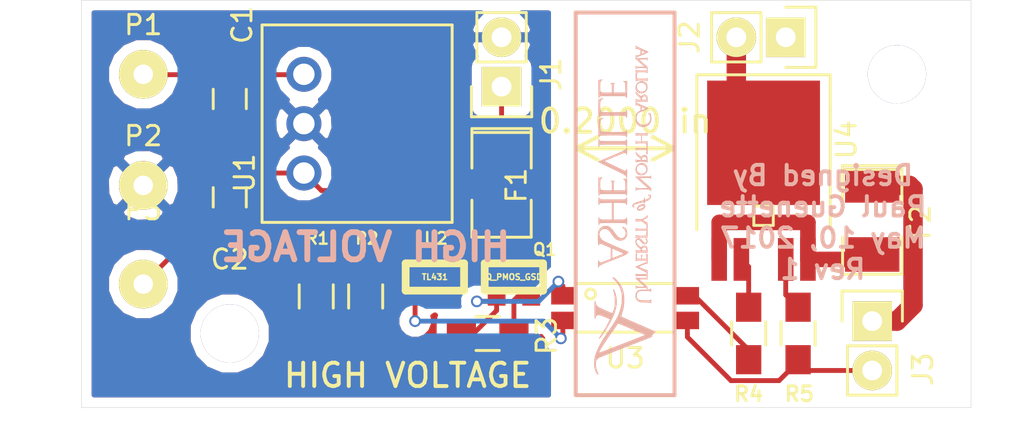
<source format=kicad_pcb>
(kicad_pcb (version 4) (host pcbnew 4.0.6)

  (general
    (links 28)
    (no_connects 0)
    (area 91.427299 81.267299 137.172701 102.247701)
    (thickness 1.6)
    (drawings 16)
    (tracks 78)
    (zones 0)
    (modules 23)
    (nets 17)
  )

  (page A4)
  (layers
    (0 F.Cu signal)
    (31 B.Cu signal)
    (32 B.Adhes user)
    (33 F.Adhes user)
    (34 B.Paste user)
    (35 F.Paste user)
    (36 B.SilkS user)
    (37 F.SilkS user)
    (38 B.Mask user)
    (39 F.Mask user)
    (40 Dwgs.User user)
    (41 Cmts.User user)
    (42 Eco1.User user)
    (43 Eco2.User user)
    (44 Edge.Cuts user)
    (45 Margin user)
    (46 B.CrtYd user)
    (47 F.CrtYd user)
    (48 B.Fab user)
    (49 F.Fab user)
  )

  (setup
    (last_trace_width 0.25)
    (trace_clearance 0.2)
    (zone_clearance 0.508)
    (zone_45_only no)
    (trace_min 0.2)
    (segment_width 0.2)
    (edge_width 0.0254)
    (via_size 0.6)
    (via_drill 0.4)
    (via_min_size 0.4)
    (via_min_drill 0.3)
    (uvia_size 0.3)
    (uvia_drill 0.1)
    (uvias_allowed no)
    (uvia_min_size 0.2)
    (uvia_min_drill 0.1)
    (pcb_text_width 0.3)
    (pcb_text_size 1.5 1.5)
    (mod_edge_width 0.15)
    (mod_text_size 1 1)
    (mod_text_width 0.15)
    (pad_size 1.5 1.5)
    (pad_drill 0.6)
    (pad_to_mask_clearance 0)
    (aux_axis_origin 0 0)
    (visible_elements 7FFFEFFF)
    (pcbplotparams
      (layerselection 0x00030_80000001)
      (usegerberextensions false)
      (excludeedgelayer true)
      (linewidth 0.100000)
      (plotframeref false)
      (viasonmask false)
      (mode 1)
      (useauxorigin false)
      (hpglpennumber 1)
      (hpglpenspeed 20)
      (hpglpendiameter 15)
      (hpglpenoverlay 2)
      (psnegative false)
      (psa4output false)
      (plotreference true)
      (plotvalue true)
      (plotinvisibletext false)
      (padsonsilk false)
      (subtractmaskfromsilk false)
      (outputformat 1)
      (mirror false)
      (drillshape 1)
      (scaleselection 1)
      (outputdirectory ""))
  )

  (net 0 "")
  (net 1 "Net-(C1-Pad1)")
  (net 2 GNDA)
  (net 3 "Net-(C2-Pad1)")
  (net 4 "Net-(F1-Pad1)")
  (net 5 "Net-(F1-Pad2)")
  (net 6 "Net-(F2-Pad1)")
  (net 7 "Net-(F2-Pad2)")
  (net 8 "Net-(J2-Pad2)")
  (net 9 GND)
  (net 10 "Net-(P3-Pad1)")
  (net 11 "Net-(Q1-Pad1)")
  (net 12 "Net-(R1-Pad2)")
  (net 13 "Net-(R4-Pad1)")
  (net 14 "Net-(R4-Pad2)")
  (net 15 "Net-(R5-Pad1)")
  (net 16 "Net-(U2-Pad1)")

  (net_class Default "This is the default net class."
    (clearance 0.2)
    (trace_width 0.25)
    (via_dia 0.6)
    (via_drill 0.4)
    (uvia_dia 0.3)
    (uvia_drill 0.1)
    (add_net GND)
    (add_net GNDA)
    (add_net "Net-(C1-Pad1)")
    (add_net "Net-(C2-Pad1)")
    (add_net "Net-(F1-Pad1)")
    (add_net "Net-(F1-Pad2)")
    (add_net "Net-(F2-Pad1)")
    (add_net "Net-(F2-Pad2)")
    (add_net "Net-(J2-Pad2)")
    (add_net "Net-(P3-Pad1)")
    (add_net "Net-(Q1-Pad1)")
    (add_net "Net-(R1-Pad2)")
    (add_net "Net-(R4-Pad1)")
    (add_net "Net-(R4-Pad2)")
    (add_net "Net-(R5-Pad1)")
    (add_net "Net-(U2-Pad1)")
  )

  (module Pin_Headers:Pin_Header_Straight_1x02 (layer F.Cu) (tedit 54EA090C) (tstamp 5913E5E7)
    (at 127.635 83.185 270)
    (descr "Through hole pin header")
    (tags "pin header")
    (path /58CBFA46)
    (fp_text reference J2 (at 0 4.953 270) (layer F.SilkS)
      (effects (font (size 1 1) (thickness 0.15)))
    )
    (fp_text value GLV (at 0 -3.1 270) (layer F.Fab)
      (effects (font (size 1 1) (thickness 0.15)))
    )
    (fp_line (start 1.27 1.27) (end 1.27 3.81) (layer F.SilkS) (width 0.15))
    (fp_line (start 1.55 -1.55) (end 1.55 0) (layer F.SilkS) (width 0.15))
    (fp_line (start -1.75 -1.75) (end -1.75 4.3) (layer F.CrtYd) (width 0.05))
    (fp_line (start 1.75 -1.75) (end 1.75 4.3) (layer F.CrtYd) (width 0.05))
    (fp_line (start -1.75 -1.75) (end 1.75 -1.75) (layer F.CrtYd) (width 0.05))
    (fp_line (start -1.75 4.3) (end 1.75 4.3) (layer F.CrtYd) (width 0.05))
    (fp_line (start 1.27 1.27) (end -1.27 1.27) (layer F.SilkS) (width 0.15))
    (fp_line (start -1.55 0) (end -1.55 -1.55) (layer F.SilkS) (width 0.15))
    (fp_line (start -1.55 -1.55) (end 1.55 -1.55) (layer F.SilkS) (width 0.15))
    (fp_line (start -1.27 1.27) (end -1.27 3.81) (layer F.SilkS) (width 0.15))
    (fp_line (start -1.27 3.81) (end 1.27 3.81) (layer F.SilkS) (width 0.15))
    (pad 1 thru_hole rect (at 0 0 270) (size 2.032 2.032) (drill 1.016) (layers *.Cu *.Mask F.SilkS))
    (pad 2 thru_hole oval (at 0 2.54 270) (size 2.032 2.032) (drill 1.016) (layers *.Cu *.Mask F.SilkS)
      (net 8 "Net-(J2-Pad2)"))
    (model Pin_Headers.3dshapes/Pin_Header_Straight_1x02.wrl
      (at (xyz 0 -0.05 0))
      (scale (xyz 1 1 1))
      (rotate (xyz 0 0 90))
    )
  )

  (module Mounting_Holes:MountingHole_3mm (layer F.Cu) (tedit 5913F407) (tstamp 5913E6F7)
    (at 133.35 85.09)
    (descr "Mounting hole, Befestigungsbohrung, 3mm, No Annular, Kein Restring,")
    (tags "Mounting hole, Befestigungsbohrung, 3mm, No Annular, Kein Restring,")
    (path /59147621)
    (fp_text reference MK3 (at 0 -4.0005) (layer F.SilkS) hide
      (effects (font (size 1 1) (thickness 0.15)))
    )
    (fp_text value Mounting_Hole (at 1.00076 5.00126) (layer F.Fab)
      (effects (font (size 1 1) (thickness 0.15)))
    )
    (fp_circle (center 0 0) (end 3 0) (layer Cmts.User) (width 0.381))
    (pad 1 thru_hole circle (at 0 0) (size 3 3) (drill 3) (layers))
  )

  (module Capacitors_SMD:C_0805_HandSoldering (layer F.Cu) (tedit 541A9B8D) (tstamp 5913E5C9)
    (at 99.06 86.36 270)
    (descr "Capacitor SMD 0805, hand soldering")
    (tags "capacitor 0805")
    (path /58CAC1CD)
    (attr smd)
    (fp_text reference C1 (at -3.81 -0.635 270) (layer F.SilkS)
      (effects (font (size 1 1) (thickness 0.15)))
    )
    (fp_text value 10uF (at 0 2.1 270) (layer F.Fab)
      (effects (font (size 1 1) (thickness 0.15)))
    )
    (fp_line (start -2.3 -1) (end 2.3 -1) (layer F.CrtYd) (width 0.05))
    (fp_line (start -2.3 1) (end 2.3 1) (layer F.CrtYd) (width 0.05))
    (fp_line (start -2.3 -1) (end -2.3 1) (layer F.CrtYd) (width 0.05))
    (fp_line (start 2.3 -1) (end 2.3 1) (layer F.CrtYd) (width 0.05))
    (fp_line (start 0.5 -0.85) (end -0.5 -0.85) (layer F.SilkS) (width 0.15))
    (fp_line (start -0.5 0.85) (end 0.5 0.85) (layer F.SilkS) (width 0.15))
    (pad 1 smd rect (at -1.25 0 270) (size 1.5 1.25) (layers F.Cu F.Paste F.Mask)
      (net 1 "Net-(C1-Pad1)"))
    (pad 2 smd rect (at 1.25 0 270) (size 1.5 1.25) (layers F.Cu F.Paste F.Mask)
      (net 2 GNDA))
    (model Capacitors_SMD.3dshapes/C_0805_HandSoldering.wrl
      (at (xyz 0 0 0))
      (scale (xyz 1 1 1))
      (rotate (xyz 0 0 0))
    )
  )

  (module Capacitors_SMD:C_0805_HandSoldering (layer F.Cu) (tedit 541A9B8D) (tstamp 5913E5CF)
    (at 99.06 91.42 270)
    (descr "Capacitor SMD 0805, hand soldering")
    (tags "capacitor 0805")
    (path /58CAB06D)
    (attr smd)
    (fp_text reference C2 (at 3.195 0 360) (layer F.SilkS)
      (effects (font (size 1 1) (thickness 0.15)))
    )
    (fp_text value 10uF (at 0 2.1 270) (layer F.Fab)
      (effects (font (size 1 1) (thickness 0.15)))
    )
    (fp_line (start -2.3 -1) (end 2.3 -1) (layer F.CrtYd) (width 0.05))
    (fp_line (start -2.3 1) (end 2.3 1) (layer F.CrtYd) (width 0.05))
    (fp_line (start -2.3 -1) (end -2.3 1) (layer F.CrtYd) (width 0.05))
    (fp_line (start 2.3 -1) (end 2.3 1) (layer F.CrtYd) (width 0.05))
    (fp_line (start 0.5 -0.85) (end -0.5 -0.85) (layer F.SilkS) (width 0.15))
    (fp_line (start -0.5 0.85) (end 0.5 0.85) (layer F.SilkS) (width 0.15))
    (pad 1 smd rect (at -1.25 0 270) (size 1.5 1.25) (layers F.Cu F.Paste F.Mask)
      (net 3 "Net-(C2-Pad1)"))
    (pad 2 smd rect (at 1.25 0 270) (size 1.5 1.25) (layers F.Cu F.Paste F.Mask)
      (net 2 GNDA))
    (model Capacitors_SMD.3dshapes/C_0805_HandSoldering.wrl
      (at (xyz 0 0 0))
      (scale (xyz 1 1 1))
      (rotate (xyz 0 0 0))
    )
  )

  (module SMD_Packages:SMD-1210_Pol (layer F.Cu) (tedit 0) (tstamp 5913E5D5)
    (at 113.03 90.678 270)
    (tags "CMS SM")
    (path /58D72905)
    (attr smd)
    (fp_text reference F1 (at 0.127 -0.762 270) (layer F.SilkS)
      (effects (font (size 1 1) (thickness 0.15)))
    )
    (fp_text value 3A (at 0 0.762 270) (layer F.Fab)
      (effects (font (size 1 1) (thickness 0.15)))
    )
    (fp_line (start -2.794 -1.524) (end -2.794 1.524) (layer F.SilkS) (width 0.15))
    (fp_line (start 0.889 1.524) (end 2.794 1.524) (layer F.SilkS) (width 0.15))
    (fp_line (start 2.794 1.524) (end 2.794 -1.524) (layer F.SilkS) (width 0.15))
    (fp_line (start 2.794 -1.524) (end 0.889 -1.524) (layer F.SilkS) (width 0.15))
    (fp_line (start -0.762 -1.524) (end -2.794 -1.524) (layer F.SilkS) (width 0.15))
    (fp_line (start -2.594 -1.524) (end -2.594 1.524) (layer F.SilkS) (width 0.15))
    (fp_line (start -2.794 1.524) (end -0.762 1.524) (layer F.SilkS) (width 0.15))
    (pad 1 smd rect (at -1.778 0 270) (size 1.778 2.794) (layers F.Cu F.Paste F.Mask)
      (net 4 "Net-(F1-Pad1)"))
    (pad 2 smd rect (at 1.778 0 270) (size 1.778 2.794) (layers F.Cu F.Paste F.Mask)
      (net 5 "Net-(F1-Pad2)"))
    (model SMD_Packages.3dshapes/SMD-1210_Pol.wrl
      (at (xyz 0 0 0))
      (scale (xyz 0.2 0.2 0.2))
      (rotate (xyz 0 0 0))
    )
  )

  (module SMD_Packages:SMD-1210_Pol (layer F.Cu) (tedit 0) (tstamp 5913E5DB)
    (at 132.08 92.583 270)
    (tags "CMS SM")
    (path /58CB4FA0)
    (attr smd)
    (fp_text reference F2 (at 0.127 -2.4765 270) (layer F.SilkS)
      (effects (font (size 1 1) (thickness 0.15)))
    )
    (fp_text value 3A (at 0 0.762 270) (layer F.Fab)
      (effects (font (size 1 1) (thickness 0.15)))
    )
    (fp_line (start -2.794 -1.524) (end -2.794 1.524) (layer F.SilkS) (width 0.15))
    (fp_line (start 0.889 1.524) (end 2.794 1.524) (layer F.SilkS) (width 0.15))
    (fp_line (start 2.794 1.524) (end 2.794 -1.524) (layer F.SilkS) (width 0.15))
    (fp_line (start 2.794 -1.524) (end 0.889 -1.524) (layer F.SilkS) (width 0.15))
    (fp_line (start -0.762 -1.524) (end -2.794 -1.524) (layer F.SilkS) (width 0.15))
    (fp_line (start -2.594 -1.524) (end -2.594 1.524) (layer F.SilkS) (width 0.15))
    (fp_line (start -2.794 1.524) (end -0.762 1.524) (layer F.SilkS) (width 0.15))
    (pad 1 smd rect (at -1.778 0 270) (size 1.778 2.794) (layers F.Cu F.Paste F.Mask)
      (net 6 "Net-(F2-Pad1)"))
    (pad 2 smd rect (at 1.778 0 270) (size 1.778 2.794) (layers F.Cu F.Paste F.Mask)
      (net 7 "Net-(F2-Pad2)"))
    (model SMD_Packages.3dshapes/SMD-1210_Pol.wrl
      (at (xyz 0 0 0))
      (scale (xyz 0.2 0.2 0.2))
      (rotate (xyz 0 0 0))
    )
  )

  (module Pin_Headers:Pin_Header_Straight_1x02 (layer F.Cu) (tedit 54EA090C) (tstamp 5913E5E1)
    (at 113.03 85.725 180)
    (descr "Through hole pin header")
    (tags "pin header")
    (path /58CB2AB2)
    (fp_text reference J1 (at -2.54 0.635 270) (layer F.SilkS)
      (effects (font (size 1 1) (thickness 0.15)))
    )
    (fp_text value Indicator (at 0 -3.1 180) (layer F.Fab)
      (effects (font (size 1 1) (thickness 0.15)))
    )
    (fp_line (start 1.27 1.27) (end 1.27 3.81) (layer F.SilkS) (width 0.15))
    (fp_line (start 1.55 -1.55) (end 1.55 0) (layer F.SilkS) (width 0.15))
    (fp_line (start -1.75 -1.75) (end -1.75 4.3) (layer F.CrtYd) (width 0.05))
    (fp_line (start 1.75 -1.75) (end 1.75 4.3) (layer F.CrtYd) (width 0.05))
    (fp_line (start -1.75 -1.75) (end 1.75 -1.75) (layer F.CrtYd) (width 0.05))
    (fp_line (start -1.75 4.3) (end 1.75 4.3) (layer F.CrtYd) (width 0.05))
    (fp_line (start 1.27 1.27) (end -1.27 1.27) (layer F.SilkS) (width 0.15))
    (fp_line (start -1.55 0) (end -1.55 -1.55) (layer F.SilkS) (width 0.15))
    (fp_line (start -1.55 -1.55) (end 1.55 -1.55) (layer F.SilkS) (width 0.15))
    (fp_line (start -1.27 1.27) (end -1.27 3.81) (layer F.SilkS) (width 0.15))
    (fp_line (start -1.27 3.81) (end 1.27 3.81) (layer F.SilkS) (width 0.15))
    (pad 1 thru_hole rect (at 0 0 180) (size 2.032 2.032) (drill 1.016) (layers *.Cu *.Mask F.SilkS)
      (net 4 "Net-(F1-Pad1)"))
    (pad 2 thru_hole oval (at 0 2.54 180) (size 2.032 2.032) (drill 1.016) (layers *.Cu *.Mask F.SilkS)
      (net 2 GNDA))
    (model Pin_Headers.3dshapes/Pin_Header_Straight_1x02.wrl
      (at (xyz 0 -0.05 0))
      (scale (xyz 1 1 1))
      (rotate (xyz 0 0 90))
    )
  )

  (module Pin_Headers:Pin_Header_Straight_1x02 (layer F.Cu) (tedit 54EA090C) (tstamp 5913E5ED)
    (at 132.08 97.79)
    (descr "Through hole pin header")
    (tags "pin header")
    (path /58CA070C)
    (fp_text reference J3 (at 2.6035 2.4765 90) (layer F.SilkS)
      (effects (font (size 1 1) (thickness 0.15)))
    )
    (fp_text value TSAL (at 0 -3.1) (layer F.Fab)
      (effects (font (size 1 1) (thickness 0.15)))
    )
    (fp_line (start 1.27 1.27) (end 1.27 3.81) (layer F.SilkS) (width 0.15))
    (fp_line (start 1.55 -1.55) (end 1.55 0) (layer F.SilkS) (width 0.15))
    (fp_line (start -1.75 -1.75) (end -1.75 4.3) (layer F.CrtYd) (width 0.05))
    (fp_line (start 1.75 -1.75) (end 1.75 4.3) (layer F.CrtYd) (width 0.05))
    (fp_line (start -1.75 -1.75) (end 1.75 -1.75) (layer F.CrtYd) (width 0.05))
    (fp_line (start -1.75 4.3) (end 1.75 4.3) (layer F.CrtYd) (width 0.05))
    (fp_line (start 1.27 1.27) (end -1.27 1.27) (layer F.SilkS) (width 0.15))
    (fp_line (start -1.55 0) (end -1.55 -1.55) (layer F.SilkS) (width 0.15))
    (fp_line (start -1.55 -1.55) (end 1.55 -1.55) (layer F.SilkS) (width 0.15))
    (fp_line (start -1.27 1.27) (end -1.27 3.81) (layer F.SilkS) (width 0.15))
    (fp_line (start -1.27 3.81) (end 1.27 3.81) (layer F.SilkS) (width 0.15))
    (pad 1 thru_hole rect (at 0 0) (size 2.032 2.032) (drill 1.016) (layers *.Cu *.Mask F.SilkS)
      (net 6 "Net-(F2-Pad1)"))
    (pad 2 thru_hole oval (at 0 2.54) (size 2.032 2.032) (drill 1.016) (layers *.Cu *.Mask F.SilkS)
      (net 9 GND))
    (model Pin_Headers.3dshapes/Pin_Header_Straight_1x02.wrl
      (at (xyz 0 -0.05 0))
      (scale (xyz 1 1 1))
      (rotate (xyz 0 0 90))
    )
  )

  (module Wire_Pads:SolderWirePad_single_1mmDrill (layer F.Cu) (tedit 0) (tstamp 5913E5FC)
    (at 94.615 95.885)
    (path /58CA81F6)
    (fp_text reference P3 (at 0 -3.81) (layer F.SilkS)
      (effects (font (size 1 1) (thickness 0.15)))
    )
    (fp_text value "TS+ (PostAIR)" (at -1.905 3.175) (layer F.Fab)
      (effects (font (size 1 1) (thickness 0.15)))
    )
    (pad 1 thru_hole circle (at 0 0) (size 2.49936 2.49936) (drill 1.00076) (layers *.Cu *.Mask F.SilkS)
      (net 10 "Net-(P3-Pad1)"))
  )

  (module UNCAMotorsports:SOT23-3 (layer F.Cu) (tedit 4D12768E) (tstamp 5913E603)
    (at 113.665 95.51924 180)
    (path /59140726)
    (fp_text reference Q1 (at -1.5875 1.41224 180) (layer F.SilkS)
      (effects (font (size 0.59944 0.59944) (thickness 0.12446)))
    )
    (fp_text value Q_PMOS_GSD (at 0 0 180) (layer F.SilkS)
      (effects (font (size 0.29972 0.29972) (thickness 0.07112)))
    )
    (fp_line (start 1.50114 -0.70104) (end 1.50114 0.70104) (layer F.SilkS) (width 0.39878))
    (fp_line (start 1.50114 0.70104) (end -1.50114 0.70104) (layer F.SilkS) (width 0.39878))
    (fp_line (start -1.50114 0.70104) (end -1.50114 -0.70104) (layer F.SilkS) (width 0.39878))
    (fp_line (start -1.50114 -0.70104) (end 1.50114 -0.70104) (layer F.SilkS) (width 0.39878))
    (pad 1 smd rect (at 0.889 -1.016 180) (size 0.9144 0.9144) (layers F.Cu F.Paste F.Mask)
      (net 11 "Net-(Q1-Pad1)"))
    (pad 2 smd rect (at -0.889 -1.016 180) (size 0.9144 0.9144) (layers F.Cu F.Paste F.Mask)
      (net 3 "Net-(C2-Pad1)"))
    (pad 3 smd rect (at 0 1.00076 180) (size 0.9144 0.9144) (layers F.Cu F.Paste F.Mask)
      (net 5 "Net-(F1-Pad2)"))
  )

  (module Resistors_SMD:R_0805_HandSoldering (layer F.Cu) (tedit 5913F364) (tstamp 5913E609)
    (at 103.505 96.52 90)
    (descr "Resistor SMD 0805, hand soldering")
    (tags "resistor 0805")
    (path /58CA81E4)
    (attr smd)
    (fp_text reference R1 (at 2.9845 0.0635 180) (layer F.SilkS)
      (effects (font (size 0.59944 0.59944) (thickness 0.12446)))
    )
    (fp_text value 10k (at 0 2.1 90) (layer F.Fab)
      (effects (font (size 1 1) (thickness 0.15)))
    )
    (fp_line (start -2.4 -1) (end 2.4 -1) (layer F.CrtYd) (width 0.05))
    (fp_line (start -2.4 1) (end 2.4 1) (layer F.CrtYd) (width 0.05))
    (fp_line (start -2.4 -1) (end -2.4 1) (layer F.CrtYd) (width 0.05))
    (fp_line (start 2.4 -1) (end 2.4 1) (layer F.CrtYd) (width 0.05))
    (fp_line (start 0.6 0.875) (end -0.6 0.875) (layer F.SilkS) (width 0.15))
    (fp_line (start -0.6 -0.875) (end 0.6 -0.875) (layer F.SilkS) (width 0.15))
    (pad 1 smd rect (at -1.35 0 90) (size 1.5 1.3) (layers F.Cu F.Paste F.Mask)
      (net 10 "Net-(P3-Pad1)"))
    (pad 2 smd rect (at 1.35 0 90) (size 1.5 1.3) (layers F.Cu F.Paste F.Mask)
      (net 12 "Net-(R1-Pad2)"))
    (model Resistors_SMD.3dshapes/R_0805_HandSoldering.wrl
      (at (xyz 0 0 0))
      (scale (xyz 1 1 1))
      (rotate (xyz 0 0 0))
    )
  )

  (module Resistors_SMD:R_0805_HandSoldering (layer F.Cu) (tedit 5913F35E) (tstamp 5913E60F)
    (at 106.045 96.52 270)
    (descr "Resistor SMD 0805, hand soldering")
    (tags "resistor 0805")
    (path /58CA81EA)
    (attr smd)
    (fp_text reference R2 (at -2.9845 -0.0635 360) (layer F.SilkS)
      (effects (font (size 0.59944 0.59944) (thickness 0.12446)))
    )
    (fp_text value 1k (at 0 2.1 270) (layer F.Fab)
      (effects (font (size 1 1) (thickness 0.15)))
    )
    (fp_line (start -2.4 -1) (end 2.4 -1) (layer F.CrtYd) (width 0.05))
    (fp_line (start -2.4 1) (end 2.4 1) (layer F.CrtYd) (width 0.05))
    (fp_line (start -2.4 -1) (end -2.4 1) (layer F.CrtYd) (width 0.05))
    (fp_line (start 2.4 -1) (end 2.4 1) (layer F.CrtYd) (width 0.05))
    (fp_line (start 0.6 0.875) (end -0.6 0.875) (layer F.SilkS) (width 0.15))
    (fp_line (start -0.6 -0.875) (end 0.6 -0.875) (layer F.SilkS) (width 0.15))
    (pad 1 smd rect (at -1.35 0 270) (size 1.5 1.3) (layers F.Cu F.Paste F.Mask)
      (net 12 "Net-(R1-Pad2)"))
    (pad 2 smd rect (at 1.35 0 270) (size 1.5 1.3) (layers F.Cu F.Paste F.Mask)
      (net 2 GNDA))
    (model Resistors_SMD.3dshapes/R_0805_HandSoldering.wrl
      (at (xyz 0 0 0))
      (scale (xyz 1 1 1))
      (rotate (xyz 0 0 0))
    )
  )

  (module Resistors_SMD:R_0805_HandSoldering (layer F.Cu) (tedit 54189DEE) (tstamp 5913E615)
    (at 112.315 98.425)
    (descr "Resistor SMD 0805, hand soldering")
    (tags "resistor 0805")
    (path /58CB3E27)
    (attr smd)
    (fp_text reference R3 (at 3.0315 0.127 90) (layer F.SilkS)
      (effects (font (size 1 1) (thickness 0.15)))
    )
    (fp_text value 1.2k (at 0 2.1) (layer F.Fab)
      (effects (font (size 1 1) (thickness 0.15)))
    )
    (fp_line (start -2.4 -1) (end 2.4 -1) (layer F.CrtYd) (width 0.05))
    (fp_line (start -2.4 1) (end 2.4 1) (layer F.CrtYd) (width 0.05))
    (fp_line (start -2.4 -1) (end -2.4 1) (layer F.CrtYd) (width 0.05))
    (fp_line (start 2.4 -1) (end 2.4 1) (layer F.CrtYd) (width 0.05))
    (fp_line (start 0.6 0.875) (end -0.6 0.875) (layer F.SilkS) (width 0.15))
    (fp_line (start -0.6 -0.875) (end 0.6 -0.875) (layer F.SilkS) (width 0.15))
    (pad 1 smd rect (at -1.35 0) (size 1.5 1.3) (layers F.Cu F.Paste F.Mask)
      (net 11 "Net-(Q1-Pad1)"))
    (pad 2 smd rect (at 1.35 0) (size 1.5 1.3) (layers F.Cu F.Paste F.Mask)
      (net 3 "Net-(C2-Pad1)"))
    (model Resistors_SMD.3dshapes/R_0805_HandSoldering.wrl
      (at (xyz 0 0 0))
      (scale (xyz 1 1 1))
      (rotate (xyz 0 0 0))
    )
  )

  (module Resistors_SMD:R_0805_HandSoldering (layer F.Cu) (tedit 5913F43A) (tstamp 5913E61B)
    (at 125.73 98.425 90)
    (descr "Resistor SMD 0805, hand soldering")
    (tags "resistor 0805")
    (path /58CA425B)
    (attr smd)
    (fp_text reference R4 (at -3.1115 0 180) (layer F.SilkS)
      (effects (font (size 0.762 0.762) (thickness 0.15)))
    )
    (fp_text value 0R (at 0 2.1 90) (layer F.Fab)
      (effects (font (size 1 1) (thickness 0.15)))
    )
    (fp_line (start -2.4 -1) (end 2.4 -1) (layer F.CrtYd) (width 0.05))
    (fp_line (start -2.4 1) (end 2.4 1) (layer F.CrtYd) (width 0.05))
    (fp_line (start -2.4 -1) (end -2.4 1) (layer F.CrtYd) (width 0.05))
    (fp_line (start 2.4 -1) (end 2.4 1) (layer F.CrtYd) (width 0.05))
    (fp_line (start 0.6 0.875) (end -0.6 0.875) (layer F.SilkS) (width 0.15))
    (fp_line (start -0.6 -0.875) (end 0.6 -0.875) (layer F.SilkS) (width 0.15))
    (pad 1 smd rect (at -1.35 0 90) (size 1.5 1.3) (layers F.Cu F.Paste F.Mask)
      (net 13 "Net-(R4-Pad1)"))
    (pad 2 smd rect (at 1.35 0 90) (size 1.5 1.3) (layers F.Cu F.Paste F.Mask)
      (net 14 "Net-(R4-Pad2)"))
    (model Resistors_SMD.3dshapes/R_0805_HandSoldering.wrl
      (at (xyz 0 0 0))
      (scale (xyz 1 1 1))
      (rotate (xyz 0 0 0))
    )
  )

  (module Resistors_SMD:R_0805_HandSoldering (layer F.Cu) (tedit 5913F434) (tstamp 5913E621)
    (at 128.27 98.425 270)
    (descr "Resistor SMD 0805, hand soldering")
    (tags "resistor 0805")
    (path /58CA6446)
    (attr smd)
    (fp_text reference R5 (at 3.1115 -0.0635 360) (layer F.SilkS)
      (effects (font (size 0.762 0.762) (thickness 0.15)))
    )
    (fp_text value 1k (at 0 2.1 270) (layer F.Fab)
      (effects (font (size 1 1) (thickness 0.15)))
    )
    (fp_line (start -2.4 -1) (end 2.4 -1) (layer F.CrtYd) (width 0.05))
    (fp_line (start -2.4 1) (end 2.4 1) (layer F.CrtYd) (width 0.05))
    (fp_line (start -2.4 -1) (end -2.4 1) (layer F.CrtYd) (width 0.05))
    (fp_line (start 2.4 -1) (end 2.4 1) (layer F.CrtYd) (width 0.05))
    (fp_line (start 0.6 0.875) (end -0.6 0.875) (layer F.SilkS) (width 0.15))
    (fp_line (start -0.6 -0.875) (end 0.6 -0.875) (layer F.SilkS) (width 0.15))
    (pad 1 smd rect (at -1.35 0 270) (size 1.5 1.3) (layers F.Cu F.Paste F.Mask)
      (net 15 "Net-(R5-Pad1)"))
    (pad 2 smd rect (at 1.35 0 270) (size 1.5 1.3) (layers F.Cu F.Paste F.Mask)
      (net 9 GND))
    (model Resistors_SMD.3dshapes/R_0805_HandSoldering.wrl
      (at (xyz 0 0 0))
      (scale (xyz 1 1 1))
      (rotate (xyz 0 0 0))
    )
  )

  (module UNCAMotorsports:V78W-500 (layer F.Cu) (tedit 5913DA26) (tstamp 5913E628)
    (at 102.87 87.63 90)
    (path /58CA9043)
    (fp_text reference U1 (at -2.54 -3.048 90) (layer F.SilkS)
      (effects (font (size 1 1) (thickness 0.15)))
    )
    (fp_text value V7812W-500 (at 0 4.3 90) (layer F.Fab)
      (effects (font (size 1 1) (thickness 0.15)))
    )
    (fp_line (start -5.08 7.62) (end -5.08 -2.15) (layer F.SilkS) (width 0.15))
    (fp_line (start 5.08 7.62) (end -5.08 7.62) (layer F.SilkS) (width 0.15))
    (fp_line (start 5.08 -2.15) (end 5.08 7.62) (layer F.SilkS) (width 0.15))
    (fp_line (start -5.08 -2.15) (end 5.08 -2.15) (layer F.SilkS) (width 0.15))
    (pad 1 thru_hole circle (at 2.54 0 90) (size 1.8 1.8) (drill 1.1) (layers *.Cu *.Mask)
      (net 1 "Net-(C1-Pad1)"))
    (pad 2 thru_hole circle (at 0 0 90) (size 1.8 1.8) (drill 1.1) (layers *.Cu *.Mask)
      (net 2 GNDA))
    (pad 3 thru_hole circle (at -2.54 0 90) (size 1.8 1.8) (drill 1.1) (layers *.Cu *.Mask)
      (net 3 "Net-(C2-Pad1)"))
  )

  (module UNCAMotorsports:SOT23-3 (layer F.Cu) (tedit 4D12768E) (tstamp 5913E62F)
    (at 109.601 95.51924 180)
    (path /58CA1107)
    (fp_text reference U2 (at -0.0635 1.98374 180) (layer F.SilkS)
      (effects (font (size 0.59944 0.59944) (thickness 0.12446)))
    )
    (fp_text value TL431 (at 0 0 180) (layer F.SilkS)
      (effects (font (size 0.29972 0.29972) (thickness 0.07112)))
    )
    (fp_line (start 1.50114 -0.70104) (end 1.50114 0.70104) (layer F.SilkS) (width 0.39878))
    (fp_line (start 1.50114 0.70104) (end -1.50114 0.70104) (layer F.SilkS) (width 0.39878))
    (fp_line (start -1.50114 0.70104) (end -1.50114 -0.70104) (layer F.SilkS) (width 0.39878))
    (fp_line (start -1.50114 -0.70104) (end 1.50114 -0.70104) (layer F.SilkS) (width 0.39878))
    (pad 1 smd rect (at 0.889 -1.016 180) (size 0.9144 0.9144) (layers F.Cu F.Paste F.Mask)
      (net 16 "Net-(U2-Pad1)"))
    (pad 2 smd rect (at -0.889 -1.016 180) (size 0.9144 0.9144) (layers F.Cu F.Paste F.Mask)
      (net 12 "Net-(R1-Pad2)"))
    (pad 3 smd rect (at 0 1.00076 180) (size 0.9144 0.9144) (layers F.Cu F.Paste F.Mask)
      (net 2 GNDA))
  )

  (module UNCAMotorsports:SSOP-4 (layer F.Cu) (tedit 57214A86) (tstamp 5913E637)
    (at 119.38 97.155)
    (path /58CA8BA5)
    (fp_text reference U3 (at 0 2.54) (layer F.SilkS)
      (effects (font (size 1 1) (thickness 0.15)))
    )
    (fp_text value TCMT1103 (at 0 -2.032) (layer F.Fab)
      (effects (font (size 1 1) (thickness 0.15)))
    )
    (fp_circle (center -1.778 -0.762) (end -1.524 -0.762) (layer F.SilkS) (width 0.15))
    (fp_line (start -2.5 1.2) (end 2.5 1.2) (layer F.SilkS) (width 0.15))
    (fp_line (start -2.5 -1.3) (end 2.5 -1.3) (layer F.SilkS) (width 0.15))
    (pad 2 smd rect (at -3.2 0.6) (size 1.2 0.9) (layers F.Cu F.Paste F.Mask)
      (net 16 "Net-(U2-Pad1)"))
    (pad 1 smd rect (at -3.2 -0.67) (size 1.2 0.9) (layers F.Cu F.Paste F.Mask)
      (net 11 "Net-(Q1-Pad1)"))
    (pad 4 smd rect (at 3.2 -0.67) (size 1.2 0.9) (layers F.Cu F.Paste F.Mask)
      (net 13 "Net-(R4-Pad1)"))
    (pad 3 smd rect (at 3.2 0.6) (size 1.2 0.9) (layers F.Cu F.Paste F.Mask)
      (net 9 GND))
  )

  (module UNCAMotorsports:TO-252-5 (layer F.Cu) (tedit 56669107) (tstamp 5913E640)
    (at 126.495 88.615)
    (descr "DPAK / TO-252 2-lead smd package")
    (tags "dpak TO-252")
    (path /58CA0AD2)
    (attr smd)
    (fp_text reference U4 (at 4.2515 -0.1595 90) (layer F.SilkS)
      (effects (font (size 1 1) (thickness 0.15)))
    )
    (fp_text value BTS6133D (at 5 1 90) (layer F.Fab) hide
      (effects (font (size 1 1) (thickness 0.15)))
    )
    (fp_line (start -0.5 4.25) (end -0.5 3.25) (layer F.SilkS) (width 0.15))
    (fp_line (start 0.5 4.25) (end -0.5 4.25) (layer F.SilkS) (width 0.15))
    (fp_line (start 0.5 3.25) (end 0.5 4.25) (layer F.SilkS) (width 0.15))
    (fp_line (start -0.5 3.25) (end 0.5 3.25) (layer F.SilkS) (width 0.15))
    (fp_line (start 3.429 -1.62) (end 3.429 4.476) (layer F.SilkS) (width 0.15))
    (fp_line (start -3.429 4.476) (end -3.429 -3.398) (layer F.SilkS) (width 0.15))
    (fp_line (start -3.429 -3.5) (end 3.429 -3.5) (layer F.SilkS) (width 0.15))
    (fp_line (start 3.429 -3.398) (end 3.429 -1.62) (layer F.SilkS) (width 0.15))
    (pad 1 smd rect (at -2.28 6) (size 0.8 2.2) (layers F.Cu F.Paste F.Mask)
      (net 7 "Net-(F2-Pad2)"))
    (pad 3 smd rect (at 0 0) (size 5.8 6.4) (layers F.Cu F.Paste F.Mask)
      (net 8 "Net-(J2-Pad2)"))
    (pad 5 smd rect (at 2.28 6) (size 0.8 2.2) (layers F.Cu F.Paste F.Mask)
      (net 7 "Net-(F2-Pad2)"))
    (pad 2 smd rect (at -1.14 6) (size 0.8 2.2) (layers F.Cu F.Paste F.Mask)
      (net 14 "Net-(R4-Pad2)"))
    (pad 4 smd rect (at 1.14 6) (size 0.8 2.2) (layers F.Cu F.Paste F.Mask)
      (net 15 "Net-(R5-Pad1)"))
    (model "C:/Users/Paul/Downloads/KiCad Models/JBD-KICADLIB-master/modules/packages3d/Transistors.3dshapes/TO252.wrl"
      (at (xyz 0 -0.1625 0))
      (scale (xyz 1 1 1))
      (rotate (xyz 0 0 0))
    )
  )

  (module Mounting_Holes:MountingHole_3mm (layer F.Cu) (tedit 5913F704) (tstamp 5913E6ED)
    (at 99.06 98.425)
    (descr "Mounting hole, Befestigungsbohrung, 3mm, No Annular, Kein Restring,")
    (tags "Mounting hole, Befestigungsbohrung, 3mm, No Annular, Kein Restring,")
    (path /59147268)
    (fp_text reference MK1 (at 0 -4.0005) (layer F.SilkS) hide
      (effects (font (size 1 1) (thickness 0.15)))
    )
    (fp_text value Mounting_Hole (at 1.00076 5.00126) (layer F.Fab)
      (effects (font (size 1 1) (thickness 0.15)))
    )
    (fp_circle (center 0 0) (end 3 0) (layer Cmts.User) (width 0.381))
    (pad 1 thru_hole circle (at 0 0) (size 3 3) (drill 3) (layers))
  )

  (module "UNCAMotorsports:UNCA Logo" (layer B.Cu) (tedit 0) (tstamp 5913F648)
    (at 119.38 92.075 90)
    (fp_text reference G*** (at 0 0 90) (layer B.SilkS) hide
      (effects (font (thickness 0.3)) (justify mirror))
    )
    (fp_text value LOGO (at 0.75 0 90) (layer B.SilkS) hide
      (effects (font (thickness 0.3)) (justify mirror))
    )
    (fp_poly (pts (xy -6.25388 1.558127) (xy -6.233661 1.513217) (xy -6.20243 1.442896) (xy -6.161429 1.349989)
      (xy -6.1119 1.237321) (xy -6.055087 1.107716) (xy -5.992231 0.963999) (xy -5.924575 0.808996)
      (xy -5.878268 0.702734) (xy -5.807899 0.541329) (xy -5.741317 0.388933) (xy -5.679793 0.248433)
      (xy -5.624596 0.122717) (xy -5.576999 0.01467) (xy -5.538272 -0.07282) (xy -5.509685 -0.136866)
      (xy -5.492511 -0.174581) (xy -5.488099 -0.183561) (xy -5.475475 -0.192392) (xy -5.449802 -0.192384)
      (xy -5.405339 -0.182596) (xy -5.336346 -0.16209) (xy -5.314508 -0.155152) (xy -5.136702 -0.103995)
      (xy -4.971903 -0.070196) (xy -4.805528 -0.051473) (xy -4.622996 -0.045541) (xy -4.614333 -0.045539)
      (xy -4.397652 -0.055453) (xy -4.204789 -0.085885) (xy -4.031463 -0.138449) (xy -3.873392 -0.214759)
      (xy -3.726295 -0.316429) (xy -3.604365 -0.426318) (xy -3.531955 -0.502092) (xy -3.48476 -0.560032)
      (xy -3.461084 -0.602868) (xy -3.459234 -0.633327) (xy -3.467608 -0.646515) (xy -3.487281 -0.642654)
      (xy -3.52731 -0.613208) (xy -3.586756 -0.558924) (xy -3.625924 -0.520229) (xy -3.759051 -0.402773)
      (xy -3.902154 -0.310984) (xy -4.062973 -0.240495) (xy -4.191 -0.201285) (xy -4.326469 -0.17609)
      (xy -4.482374 -0.164451) (xy -4.648114 -0.166374) (xy -4.813087 -0.181863) (xy -4.92309 -0.200919)
      (xy -5.059644 -0.233046) (xy -5.189542 -0.271005) (xy -5.316769 -0.31682) (xy -5.445309 -0.372516)
      (xy -5.579148 -0.440118) (xy -5.722269 -0.52165) (xy -5.878658 -0.619137) (xy -6.0523 -0.734604)
      (xy -6.24718 -0.870076) (xy -6.265333 -0.882919) (xy -6.54665 -1.073335) (xy -6.812392 -1.235034)
      (xy -7.062218 -1.367831) (xy -7.29579 -1.471541) (xy -7.4422 -1.524397) (xy -7.518104 -1.547891)
      (xy -7.582202 -1.564016) (xy -7.645203 -1.574412) (xy -7.717814 -1.580721) (xy -7.810745 -1.584586)
      (xy -7.840133 -1.585408) (xy -7.94433 -1.587102) (xy -8.023265 -1.585462) (xy -8.085435 -1.579854)
      (xy -8.139338 -1.569644) (xy -8.172682 -1.560622) (xy -8.267327 -1.528899) (xy -8.349195 -1.494421)
      (xy -8.413122 -1.459937) (xy -8.453946 -1.428192) (xy -8.466666 -1.404221) (xy -8.458481 -1.379143)
      (xy -8.431833 -1.374062) (xy -8.383581 -1.389163) (xy -8.33487 -1.412044) (xy -8.179495 -1.473921)
      (xy -8.01866 -1.503684) (xy -7.938116 -1.507066) (xy -7.836791 -1.502117) (xy -7.759935 -1.485236)
      (xy -7.699338 -1.453373) (xy -7.646787 -1.403476) (xy -7.641126 -1.396732) (xy -7.631931 -1.385449)
      (xy -7.62311 -1.373736) (xy -7.6139 -1.359728) (xy -7.603541 -1.341562) (xy -7.592491 -1.319779)
      (xy -7.329709 -1.319779) (xy -7.325155 -1.337483) (xy -7.324026 -1.337733) (xy -7.304211 -1.330365)
      (xy -7.262553 -1.310798) (xy -7.207052 -1.282838) (xy -7.190676 -1.274315) (xy -7.131848 -1.240995)
      (xy -7.050675 -1.19147) (xy -6.952383 -1.129201) (xy -6.842195 -1.057651) (xy -6.725337 -0.980283)
      (xy -6.607035 -0.900559) (xy -6.492513 -0.821941) (xy -6.386995 -0.747893) (xy -6.295708 -0.681876)
      (xy -6.287434 -0.675753) (xy -6.186125 -0.602386) (xy -6.079405 -0.52817) (xy -5.976512 -0.459349)
      (xy -5.886686 -0.402172) (xy -5.851322 -0.380929) (xy -5.84544 -0.374358) (xy -5.84367 -0.361732)
      (xy -5.847034 -0.340365) (xy -5.856556 -0.307567) (xy -5.873259 -0.260653) (xy -5.898167 -0.196934)
      (xy -5.932302 -0.113723) (xy -5.976689 -0.008333) (xy -6.03235 0.121925) (xy -6.100309 0.279737)
      (xy -6.122131 0.330271) (xy -6.184252 0.473993) (xy -6.242156 0.607827) (xy -6.294483 0.728636)
      (xy -6.339871 0.833282) (xy -6.376959 0.918628) (xy -6.404383 0.981537) (xy -6.420784 1.018871)
      (xy -6.425038 1.028209) (xy -6.431913 1.014131) (xy -6.449797 0.971452) (xy -6.477522 0.903172)
      (xy -6.513916 0.812292) (xy -6.557812 0.70181) (xy -6.608038 0.574728) (xy -6.663427 0.434045)
      (xy -6.722807 0.282762) (xy -6.785011 0.123878) (xy -6.848867 -0.039607) (xy -6.913208 -0.204691)
      (xy -6.976862 -0.368377) (xy -7.038661 -0.527662) (xy -7.097436 -0.679548) (xy -7.152016 -0.821033)
      (xy -7.201232 -0.949119) (xy -7.243915 -1.060805) (xy -7.278895 -1.153091) (xy -7.305002 -1.222976)
      (xy -7.321068 -1.267462) (xy -7.325895 -1.2827) (xy -7.329709 -1.319779) (xy -7.592491 -1.319779)
      (xy -7.59127 -1.317373) (xy -7.576325 -1.285296) (xy -7.557944 -1.243467) (xy -7.535366 -1.190021)
      (xy -7.507827 -1.123093) (xy -7.474567 -1.040819) (xy -7.434823 -0.941335) (xy -7.387834 -0.822775)
      (xy -7.332837 -0.683276) (xy -7.26907 -0.520973) (xy -7.195772 -0.334) (xy -7.11218 -0.120494)
      (xy -7.017533 0.121409) (xy -6.945977 0.304337) (xy -6.525547 1.37914) (xy -6.467676 1.390975)
      (xy -6.41381 1.415371) (xy -6.356205 1.463194) (xy -6.303811 1.526473) (xy -6.288486 1.550583)
      (xy -6.2708 1.57283) (xy -6.261844 1.5748) (xy -6.25388 1.558127)) (layer B.SilkS) (width 0.01))
    (fp_poly (pts (xy -4.558403 -0.440573) (xy -4.463124 -0.455115) (xy -4.367773 -0.475543) (xy -4.277538 -0.500038)
      (xy -4.197607 -0.526779) (xy -4.133166 -0.553947) (xy -4.089403 -0.579722) (xy -4.071505 -0.602283)
      (xy -4.073211 -0.610805) (xy -4.093619 -0.6162) (xy -4.124424 -0.609159) (xy -4.230795 -0.577493)
      (xy -4.360665 -0.552479) (xy -4.504176 -0.534917) (xy -4.65147 -0.52561) (xy -4.792688 -0.525357)
      (xy -4.917974 -0.534959) (xy -4.959272 -0.541344) (xy -5.032612 -0.557626) (xy -5.10879 -0.579328)
      (xy -5.180715 -0.603811) (xy -5.241301 -0.628437) (xy -5.283458 -0.650569) (xy -5.300098 -0.667568)
      (xy -5.300133 -0.668188) (xy -5.293274 -0.69341) (xy -5.274374 -0.743566) (xy -5.24595 -0.813013)
      (xy -5.21052 -0.896109) (xy -5.1706 -0.987209) (xy -5.128708 -1.080669) (xy -5.087359 -1.170848)
      (xy -5.049072 -1.2521) (xy -5.016364 -1.318784) (xy -4.99175 -1.365254) (xy -4.982635 -1.380066)
      (xy -4.926324 -1.43994) (xy -4.853502 -1.488187) (xy -4.776332 -1.517899) (xy -4.729279 -1.524)
      (xy -4.686887 -1.530268) (xy -4.6736 -1.5494) (xy -4.677355 -1.557065) (xy -4.69101 -1.563048)
      (xy -4.718152 -1.567549) (xy -4.762369 -1.570766) (xy -4.827246 -1.572898) (xy -4.916371 -1.574146)
      (xy -5.03333 -1.574708) (xy -5.1308 -1.5748) (xy -5.268778 -1.574591) (xy -5.376479 -1.573832)
      (xy -5.457488 -1.572324) (xy -5.515392 -1.569868) (xy -5.553779 -1.566264) (xy -5.576234 -1.561312)
      (xy -5.586345 -1.554814) (xy -5.588 -1.5494) (xy -5.573211 -1.529014) (xy -5.544364 -1.524)
      (xy -5.492178 -1.508721) (xy -5.445432 -1.469245) (xy -5.41254 -1.415109) (xy -5.401733 -1.362302)
      (xy -5.409724 -1.31) (xy -5.432971 -1.231069) (xy -5.470383 -1.128539) (xy -5.520871 -1.005441)
      (xy -5.570552 -0.892847) (xy -5.622255 -0.778819) (xy -5.795628 -0.865554) (xy -5.936705 -0.938034)
      (xy -6.064361 -1.008227) (xy -6.190167 -1.08286) (xy -6.325695 -1.16866) (xy -6.394139 -1.2135)
      (xy -6.481313 -1.270113) (xy -6.544292 -1.308433) (xy -6.586303 -1.330036) (xy -6.610578 -1.3365)
      (xy -6.620344 -1.329403) (xy -6.620933 -1.324283) (xy -6.606888 -1.303706) (xy -6.567305 -1.268751)
      (xy -6.506017 -1.221907) (xy -6.426855 -1.165665) (xy -6.333648 -1.102513) (xy -6.23023 -1.03494)
      (xy -6.12043 -0.965436) (xy -6.008079 -0.896489) (xy -5.89701 -0.830588) (xy -5.791052 -0.770223)
      (xy -5.694038 -0.717883) (xy -5.663472 -0.702207) (xy -5.443402 -0.599094) (xy -5.240613 -0.521366)
      (xy -5.051091 -0.468072) (xy -4.870825 -0.438263) (xy -4.6958 -0.430989) (xy -4.558403 -0.440573)) (layer B.SilkS) (width 0.01))
    (fp_poly (pts (xy -1.879215 -0.45934) (xy -1.795187 -0.651878) (xy -1.723167 -0.81348) (xy -1.662864 -0.944762)
      (xy -1.613985 -1.046343) (xy -1.576239 -1.118839) (xy -1.549335 -1.162869) (xy -1.543267 -1.170698)
      (xy -1.467381 -1.240601) (xy -1.380245 -1.28972) (xy -1.288806 -1.316299) (xy -1.200011 -1.318579)
      (xy -1.120805 -1.294805) (xy -1.100494 -1.2827) (xy -1.032908 -1.227187) (xy -0.99316 -1.16715)
      (xy -0.975735 -1.092172) (xy -0.973667 -1.043073) (xy -0.977297 -0.981734) (xy -0.990716 -0.929462)
      (xy -1.017715 -0.881363) (xy -1.062085 -0.832547) (xy -1.127616 -0.778119) (xy -1.218101 -0.713188)
      (xy -1.241941 -0.696867) (xy -1.357981 -0.612849) (xy -1.445559 -0.536672) (xy -1.507815 -0.463993)
      (xy -1.547886 -0.390468) (xy -1.56891 -0.311753) (xy -1.574149 -0.237066) (xy -1.559355 -0.134321)
      (xy -1.517623 -0.046777) (xy -1.453265 0.023431) (xy -1.370589 0.074165) (xy -1.273905 0.103288)
      (xy -1.167523 0.108665) (xy -1.05575 0.088157) (xy -0.978622 0.05822) (xy -0.939718 0.033883)
      (xy -0.913638 -0.00085) (xy -0.891789 -0.057486) (xy -0.891476 -0.058477) (xy -0.872709 -0.120682)
      (xy -0.866907 -0.152749) (xy -0.876131 -0.156603) (xy -0.902444 -0.134172) (xy -0.935887 -0.099948)
      (xy -0.986376 -0.053172) (xy -1.039373 -0.013085) (xy -1.06968 0.004681) (xy -1.157914 0.03095)
      (xy -1.244893 0.029297) (xy -1.324274 0.002526) (xy -1.389715 -0.046561) (xy -1.434875 -0.11516)
      (xy -1.449347 -0.163158) (xy -1.450961 -0.214889) (xy -1.433468 -0.271235) (xy -1.420159 -0.298773)
      (xy -1.399465 -0.332727) (xy -1.370768 -0.366856) (xy -1.329423 -0.40533) (xy -1.270786 -0.452316)
      (xy -1.190213 -0.511985) (xy -1.151972 -0.539499) (xy -1.042878 -0.620271) (xy -0.959905 -0.688961)
      (xy -0.899547 -0.749896) (xy -0.858299 -0.807401) (xy -0.832655 -0.865803) (xy -0.81911 -0.929429)
      (xy -0.816607 -0.953385) (xy -0.818892 -1.066018) (xy -0.847815 -1.161857) (xy -0.905801 -1.247789)
      (xy -0.928884 -1.272325) (xy -1.017846 -1.340711) (xy -1.120133 -1.38535) (xy -1.225859 -1.402283)
      (xy -1.251907 -1.401708) (xy -1.290111 -1.400042) (xy -1.354417 -1.397997) (xy -1.437066 -1.395788)
      (xy -1.530299 -1.393633) (xy -1.570567 -1.3928) (xy -1.68504 -1.389148) (xy -1.766092 -1.383374)
      (xy -1.814104 -1.3754) (xy -1.829461 -1.365146) (xy -1.812546 -1.352532) (xy -1.794915 -1.346194)
      (xy -1.755325 -1.318797) (xy -1.735216 -1.275581) (xy -1.737382 -1.241593) (xy -1.747322 -1.215797)
      (xy -1.768064 -1.165113) (xy -1.797019 -1.095762) (xy -1.831602 -1.013962) (xy -1.85075 -0.969039)
      (xy -1.954057 -0.727344) (xy -2.509497 -0.7366) (xy -2.592521 -0.948266) (xy -2.634444 -1.05569)
      (xy -2.664846 -1.136341) (xy -2.684687 -1.194932) (xy -2.694923 -1.236174) (xy -2.696512 -1.264779)
      (xy -2.690412 -1.285458) (xy -2.677581 -1.302924) (xy -2.666866 -1.314006) (xy -2.63163 -1.342005)
      (xy -2.601467 -1.35461) (xy -2.600036 -1.354666) (xy -2.577012 -1.363575) (xy -2.573866 -1.3716)
      (xy -2.590135 -1.379033) (xy -2.63636 -1.384532) (xy -2.708668 -1.387775) (xy -2.777066 -1.388533)
      (xy -2.866263 -1.387177) (xy -2.932257 -1.383325) (xy -2.971175 -1.377299) (xy -2.980266 -1.3716)
      (xy -2.966126 -1.357713) (xy -2.947344 -1.354666) (xy -2.92559 -1.352736) (xy -2.905124 -1.345212)
      (xy -2.884617 -1.329491) (xy -2.862738 -1.302972) (xy -2.838159 -1.263051) (xy -2.809549 -1.207127)
      (xy -2.775578 -1.132597) (xy -2.734917 -1.036859) (xy -2.686236 -0.917311) (xy -2.628205 -0.771351)
      (xy -2.581904 -0.65344) (xy -2.472266 -0.65344) (xy -2.456327 -0.655904) (xy -2.412483 -0.657984)
      (xy -2.346695 -0.659512) (xy -2.264925 -0.660317) (xy -2.227375 -0.6604) (xy -1.982484 -0.6604)
      (xy -2.041659 -0.522148) (xy -2.099593 -0.387608) (xy -2.149196 -0.274087) (xy -2.189511 -0.183706)
      (xy -2.219581 -0.118581) (xy -2.238449 -0.080833) (xy -2.244955 -0.071843) (xy -2.252368 -0.088367)
      (xy -2.269543 -0.13039) (xy -2.294089 -0.191801) (xy -2.323619 -0.266487) (xy -2.355744 -0.348336)
      (xy -2.388074 -0.431235) (xy -2.41822 -0.509072) (xy -2.443794 -0.575734) (xy -2.462406 -0.62511)
      (xy -2.471667 -0.651086) (xy -2.472266 -0.65344) (xy -2.581904 -0.65344) (xy -2.559495 -0.596376)
      (xy -2.558319 -0.593371) (xy -2.501495 -0.449333) (xy -2.447722 -0.315267) (xy -2.39837 -0.194432)
      (xy -2.354811 -0.090085) (xy -2.318417 -0.005484) (xy -2.290559 0.056113) (xy -2.272608 0.091447)
      (xy -2.266947 0.098775) (xy -2.239091 0.114617) (xy -2.203203 0.143452) (xy -2.200949 0.145527)
      (xy -2.158231 0.185229) (xy -1.879215 -0.45934)) (layer B.SilkS) (width 0.01))
    (fp_poly (pts (xy 3.129552 0.100187) (xy 3.194799 0.095846) (xy 3.227324 0.088429) (xy 3.22764 0.077787)
      (xy 3.196264 0.06377) (xy 3.179573 0.058536) (xy 3.123991 0.025863) (xy 3.080554 -0.0254)
      (xy 3.064354 -0.055696) (xy 3.036866 -0.113511) (xy 2.999757 -0.195073) (xy 2.954698 -0.296609)
      (xy 2.903357 -0.414349) (xy 2.847401 -0.54452) (xy 2.788501 -0.683351) (xy 2.769663 -0.728133)
      (xy 2.711475 -0.86629) (xy 2.656977 -0.994816) (xy 2.60763 -1.110326) (xy 2.564899 -1.209433)
      (xy 2.530246 -1.288751) (xy 2.505134 -1.344893) (xy 2.491027 -1.374472) (xy 2.488835 -1.378067)
      (xy 2.477542 -1.368156) (xy 2.454272 -1.331696) (xy 2.421332 -1.272846) (xy 2.381025 -1.195766)
      (xy 2.335658 -1.104614) (xy 2.324576 -1.081733) (xy 2.268691 -0.96564) (xy 2.20355 -0.830124)
      (xy 2.1345 -0.686316) (xy 2.066886 -0.545352) (xy 2.006054 -0.418364) (xy 2.005923 -0.418089)
      (xy 1.941025 -0.284057) (xy 1.887492 -0.177773) (xy 1.843115 -0.095954) (xy 1.80569 -0.035318)
      (xy 1.77301 0.007415) (xy 1.742868 0.035528) (xy 1.713058 0.052302) (xy 1.684157 0.060518)
      (xy 1.638063 0.071727) (xy 1.624443 0.081595) (xy 1.641918 0.089819) (xy 1.689112 0.096096)
      (xy 1.764646 0.100123) (xy 1.867144 0.101599) (xy 1.871134 0.1016) (xy 1.972364 0.100469)
      (xy 2.049037 0.097212) (xy 2.098124 0.09204) (xy 2.116598 0.08516) (xy 2.116667 0.084667)
      (xy 2.103153 0.069206) (xy 2.093891 0.067734) (xy 2.065989 0.056135) (xy 2.041697 0.035227)
      (xy 2.025472 0.014104) (xy 2.021876 -0.00726) (xy 2.031532 -0.039889) (xy 2.048146 -0.079073)
      (xy 2.081821 -0.154209) (xy 2.123377 -0.24432) (xy 2.170779 -0.345243) (xy 2.221991 -0.452816)
      (xy 2.274977 -0.562874) (xy 2.327703 -0.671255) (xy 2.378132 -0.773796) (xy 2.424228 -0.866332)
      (xy 2.463957 -0.944702) (xy 2.495282 -1.004742) (xy 2.516168 -1.042288) (xy 2.524502 -1.053314)
      (xy 2.533199 -1.035298) (xy 2.553173 -0.989785) (xy 2.582806 -0.920593) (xy 2.620478 -0.831539)
      (xy 2.66457 -0.726442) (xy 2.713465 -0.609121) (xy 2.742607 -0.538861) (xy 2.804436 -0.388811)
      (xy 2.853646 -0.26686) (xy 2.890925 -0.169965) (xy 2.91696 -0.095082) (xy 2.932437 -0.039166)
      (xy 2.938044 0.000825) (xy 2.934468 0.027937) (xy 2.922395 0.045212) (xy 2.902514 0.055695)
      (xy 2.878215 0.061897) (xy 2.836514 0.073107) (xy 2.826859 0.08309) (xy 2.847439 0.091376)
      (xy 2.89644 0.097494) (xy 2.972051 0.100974) (xy 3.031067 0.1016) (xy 3.129552 0.100187)) (layer B.SilkS) (width 0.01))
    (fp_poly (pts (xy 0.546397 0.100245) (xy 0.612391 0.096393) (xy 0.651309 0.090367) (xy 0.6604 0.084667)
      (xy 0.64634 0.070544) (xy 0.629158 0.067734) (xy 0.593819 0.055836) (xy 0.569891 0.036767)
      (xy 0.562625 0.025902) (xy 0.556719 0.008778) (xy 0.552035 -0.017893) (xy 0.548436 -0.057398)
      (xy 0.545783 -0.113027) (xy 0.54394 -0.188065) (xy 0.542767 -0.285801) (xy 0.542128 -0.409523)
      (xy 0.541884 -0.562518) (xy 0.541867 -0.6321) (xy 0.541929 -0.796044) (xy 0.54223 -0.92948)
      (xy 0.542937 -1.035765) (xy 0.544222 -1.118258) (xy 0.546251 -1.180315) (xy 0.549196 -1.225295)
      (xy 0.553226 -1.256556) (xy 0.558509 -1.277455) (xy 0.565214 -1.291351) (xy 0.573512 -1.301602)
      (xy 0.575734 -1.303866) (xy 0.609258 -1.328983) (xy 0.635 -1.337733) (xy 0.657535 -1.346876)
      (xy 0.6604 -1.354666) (xy 0.644131 -1.362099) (xy 0.597907 -1.367599) (xy 0.525599 -1.370842)
      (xy 0.4572 -1.3716) (xy 0.368003 -1.370244) (xy 0.30201 -1.366392) (xy 0.263092 -1.360366)
      (xy 0.254 -1.354666) (xy 0.267514 -1.339205) (xy 0.276776 -1.337733) (xy 0.304085 -1.326122)
      (xy 0.331809 -1.302127) (xy 0.343697 -1.285768) (xy 0.352508 -1.263285) (xy 0.358842 -1.229438)
      (xy 0.363301 -1.178991) (xy 0.366485 -1.106706) (xy 0.368996 -1.007344) (xy 0.369699 -0.971927)
      (xy 0.375331 -0.677333) (xy -0.491067 -0.677333) (xy -0.490817 -0.9525) (xy -0.489739 -1.071159)
      (xy -0.486082 -1.160682) (xy -0.478842 -1.225764) (xy -0.467016 -1.271097) (xy -0.4496 -1.301378)
      (xy -0.425591 -1.321298) (xy -0.410333 -1.329048) (xy -0.381091 -1.345014) (xy -0.377205 -1.35674)
      (xy -0.400609 -1.364724) (xy -0.453239 -1.369464) (xy -0.537032 -1.371458) (xy -0.575733 -1.3716)
      (xy -0.654176 -1.370423) (xy -0.71855 -1.367216) (xy -0.762313 -1.362465) (xy -0.778922 -1.356658)
      (xy -0.778933 -1.356502) (xy -0.764568 -1.341651) (xy -0.736001 -1.330629) (xy -0.696071 -1.306164)
      (xy -0.676734 -1.276891) (xy -0.672709 -1.249496) (xy -0.669102 -1.19181) (xy -0.666001 -1.107406)
      (xy -0.663495 -0.999856) (xy -0.661674 -0.872734) (xy -0.660626 -0.729614) (xy -0.6604 -0.620732)
      (xy -0.660565 -0.457174) (xy -0.661151 -0.324147) (xy -0.662292 -0.218317) (xy -0.664123 -0.136349)
      (xy -0.666781 -0.074909) (xy -0.670399 -0.030662) (xy -0.675112 -0.000275) (xy -0.681057 0.019588)
      (xy -0.68676 0.030099) (xy -0.717973 0.058469) (xy -0.746027 0.067734) (xy -0.773017 0.07501)
      (xy -0.778933 0.084667) (xy -0.762664 0.0921) (xy -0.71644 0.0976) (xy -0.644132 0.100843)
      (xy -0.575733 0.1016) (xy -0.482476 0.099916) (xy -0.416404 0.095114) (xy -0.379046 0.087575)
      (xy -0.371928 0.077679) (xy -0.396578 0.065804) (xy -0.413174 0.061205) (xy -0.43974 0.04858)
      (xy -0.459794 0.023156) (xy -0.474142 -0.019041) (xy -0.483585 -0.081989) (xy -0.488928 -0.169663)
      (xy -0.490975 -0.28604) (xy -0.491067 -0.32426) (xy -0.491067 -0.592666) (xy 0.372534 -0.592666)
      (xy 0.372534 -0.32426) (xy 0.371265 -0.199145) (xy 0.366925 -0.103845) (xy 0.358709 -0.034383)
      (xy 0.345814 0.013216) (xy 0.327436 0.04293) (xy 0.302772 0.058734) (xy 0.294641 0.061205)
      (xy 0.258398 0.073688) (xy 0.254463 0.084327) (xy 0.281308 0.092743) (xy 0.337406 0.098555)
      (xy 0.421229 0.101385) (xy 0.4572 0.1016) (xy 0.546397 0.100245)) (layer B.SilkS) (width 0.01))
    (fp_poly (pts (xy 1.608667 0) (xy 1.605362 -0.059843) (xy 1.596568 -0.094212) (xy 1.583972 -0.100501)
      (xy 1.569255 -0.076109) (xy 1.565843 -0.066187) (xy 1.545797 -0.034266) (xy 1.506476 -0.010854)
      (xy 1.444388 0.004908) (xy 1.356042 0.01388) (xy 1.237944 0.016921) (xy 1.228211 0.016934)
      (xy 1.016 0.016934) (xy 1.016 -0.592666) (xy 1.217815 -0.592666) (xy 1.317538 -0.591866)
      (xy 1.388106 -0.588927) (xy 1.434208 -0.583038) (xy 1.460529 -0.573389) (xy 1.471757 -0.55917)
      (xy 1.4732 -0.548521) (xy 1.482949 -0.527175) (xy 1.490134 -0.524933) (xy 1.49872 -0.540665)
      (xy 1.50451 -0.583155) (xy 1.506559 -0.645348) (xy 1.506552 -0.6477) (xy 1.505429 -0.709433)
      (xy 1.502094 -0.741508) (xy 1.49562 -0.748109) (xy 1.486832 -0.7366) (xy 1.471404 -0.712957)
      (xy 1.452539 -0.696665) (xy 1.424117 -0.686353) (xy 1.380019 -0.680651) (xy 1.314123 -0.678186)
      (xy 1.223434 -0.677592) (xy 1.016 -0.677333) (xy 1.016 -0.937924) (xy 1.01645 -1.05226)
      (xy 1.019697 -1.13726) (xy 1.028584 -1.197451) (xy 1.045954 -1.237364) (xy 1.074652 -1.261527)
      (xy 1.117521 -1.27447) (xy 1.177404 -1.280722) (xy 1.233055 -1.283642) (xy 1.362575 -1.286726)
      (xy 1.463231 -1.281617) (xy 1.539182 -1.267616) (xy 1.594591 -1.244026) (xy 1.62711 -1.217583)
      (xy 1.664661 -1.180768) (xy 1.684571 -1.170931) (xy 1.689099 -1.18765) (xy 1.686165 -1.2065)
      (xy 1.678144 -1.249271) (xy 1.669015 -1.302703) (xy 1.668142 -1.3081) (xy 1.657932 -1.3716)
      (xy 1.193033 -1.3716) (xy 1.041676 -1.370991) (xy 0.918547 -1.369195) (xy 0.824914 -1.366259)
      (xy 0.762049 -1.362229) (xy 0.731223 -1.357151) (xy 0.728134 -1.354666) (xy 0.741648 -1.339205)
      (xy 0.750909 -1.337733) (xy 0.779131 -1.326143) (xy 0.801709 -1.306766) (xy 0.808944 -1.295947)
      (xy 0.814832 -1.278889) (xy 0.819507 -1.252319) (xy 0.823106 -1.212967) (xy 0.825764 -1.157561)
      (xy 0.827618 -1.082829) (xy 0.828803 -0.985499) (xy 0.829456 -0.8623) (xy 0.829712 -0.709961)
      (xy 0.829734 -0.632057) (xy 0.829648 -0.466877) (xy 0.829288 -0.332265) (xy 0.828503 -0.22492)
      (xy 0.827141 -0.141545) (xy 0.825049 -0.078839) (xy 0.822075 -0.033505) (xy 0.818068 -0.002242)
      (xy 0.812874 0.018249) (xy 0.806343 0.031266) (xy 0.798767 0.039709) (xy 0.767256 0.061518)
      (xy 0.747967 0.067734) (xy 0.729268 0.079035) (xy 0.728134 0.084667) (xy 0.744831 0.0903)
      (xy 0.794009 0.094856) (xy 0.874297 0.098284) (xy 0.984324 0.100532) (xy 1.122721 0.101545)
      (xy 1.1684 0.1016) (xy 1.608667 0.1016) (xy 1.608667 0)) (layer B.SilkS) (width 0.01))
    (fp_poly (pts (xy 3.5479 0.099915) (xy 3.613957 0.095105) (xy 3.651104 0.087539) (xy 3.657875 0.077588)
      (xy 3.632803 0.06562) (xy 3.615874 0.060933) (xy 3.596296 0.053348) (xy 3.580239 0.039333)
      (xy 3.5674 0.015857) (xy 3.557477 -0.020113) (xy 3.550166 -0.07161) (xy 3.545167 -0.141665)
      (xy 3.542176 -0.23331) (xy 3.540891 -0.349579) (xy 3.54101 -0.493503) (xy 3.54223 -0.668113)
      (xy 3.542307 -0.676845) (xy 3.5438 -0.834358) (xy 3.545339 -0.961515) (xy 3.547134 -1.061825)
      (xy 3.549394 -1.138799) (xy 3.552331 -1.195946) (xy 3.556155 -1.236776) (xy 3.561076 -1.264798)
      (xy 3.567305 -1.283524) (xy 3.575052 -1.296462) (xy 3.579791 -1.302113) (xy 3.610995 -1.328369)
      (xy 3.634825 -1.337733) (xy 3.65562 -1.34778) (xy 3.6576 -1.354666) (xy 3.641331 -1.362099)
      (xy 3.595107 -1.367599) (xy 3.522799 -1.370842) (xy 3.4544 -1.3716) (xy 3.365203 -1.370244)
      (xy 3.29921 -1.366392) (xy 3.260292 -1.360366) (xy 3.2512 -1.354666) (xy 3.264915 -1.339643)
      (xy 3.2766 -1.337733) (xy 3.306648 -1.326523) (xy 3.335867 -1.303866) (xy 3.344549 -1.29401)
      (xy 3.351607 -1.281312) (xy 3.357207 -1.262423) (xy 3.361518 -1.233992) (xy 3.364708 -1.192671)
      (xy 3.366946 -1.135111) (xy 3.368398 -1.057961) (xy 3.369235 -0.957873) (xy 3.369623 -0.831497)
      (xy 3.369731 -0.675484) (xy 3.369734 -0.629157) (xy 3.369647 -0.464381) (xy 3.369285 -0.330164)
      (xy 3.368495 -0.223199) (xy 3.367123 -0.140179) (xy 3.365016 -0.077797) (xy 3.362022 -0.032745)
      (xy 3.357987 -0.001717) (xy 3.352758 0.018596) (xy 3.346182 0.031499) (xy 3.338767 0.039709)
      (xy 3.303479 0.061776) (xy 3.2795 0.067734) (xy 3.255164 0.076052) (xy 3.2512 0.084667)
      (xy 3.267469 0.0921) (xy 3.313693 0.0976) (xy 3.386001 0.100843) (xy 3.4544 0.1016)
      (xy 3.5479 0.099915)) (layer B.SilkS) (width 0.01))
    (fp_poly (pts (xy 4.022296 0.099915) (xy 4.088335 0.095095) (xy 4.125252 0.087501) (xy 4.131644 0.07749)
      (xy 4.106112 0.065419) (xy 4.088801 0.06063) (xy 4.048871 0.036165) (xy 4.029535 0.006892)
      (xy 4.024679 -0.023098) (xy 4.02068 -0.081869) (xy 4.017527 -0.164349) (xy 4.015211 -0.265465)
      (xy 4.01372 -0.380142) (xy 4.013046 -0.503308) (xy 4.013178 -0.629888) (xy 4.014105 -0.754811)
      (xy 4.015818 -0.873001) (xy 4.018307 -0.979386) (xy 4.021561 -1.068892) (xy 4.02557 -1.136446)
      (xy 4.030324 -1.176974) (xy 4.031915 -1.183163) (xy 4.050061 -1.220963) (xy 4.077646 -1.247492)
      (xy 4.120633 -1.265098) (xy 4.184982 -1.276129) (xy 4.276657 -1.282933) (xy 4.286478 -1.28342)
      (xy 4.406623 -1.28668) (xy 4.49924 -1.282172) (xy 4.57014 -1.268083) (xy 4.625133 -1.242602)
      (xy 4.670032 -1.203917) (xy 4.709849 -1.151433) (xy 4.734111 -1.120586) (xy 4.746154 -1.118704)
      (xy 4.745915 -1.143142) (xy 4.733333 -1.191258) (xy 4.712172 -1.250646) (xy 4.665273 -1.3716)
      (xy 4.195303 -1.3716) (xy 4.069683 -1.371077) (xy 3.957609 -1.369596) (xy 3.863109 -1.367287)
      (xy 3.790214 -1.364277) (xy 3.742956 -1.360698) (xy 3.725363 -1.356678) (xy 3.725334 -1.356502)
      (xy 3.739643 -1.341433) (xy 3.765975 -1.331204) (xy 3.805007 -1.30486) (xy 3.825241 -1.267575)
      (xy 3.830031 -1.236842) (xy 3.834136 -1.177321) (xy 3.837548 -1.093885) (xy 3.840257 -0.991408)
      (xy 3.842254 -0.874763) (xy 3.843532 -0.748824) (xy 3.844081 -0.618464) (xy 3.843893 -0.488556)
      (xy 3.842958 -0.363974) (xy 3.841268 -0.249592) (xy 3.838815 -0.150282) (xy 3.835589 -0.070919)
      (xy 3.831582 -0.016375) (xy 3.827532 0.006892) (xy 3.798694 0.04478) (xy 3.768266 0.06063)
      (xy 3.730877 0.073355) (xy 3.725918 0.08415) (xy 3.751987 0.092658) (xy 3.807685 0.098519)
      (xy 3.891611 0.101376) (xy 3.928534 0.1016) (xy 4.022296 0.099915)) (layer B.SilkS) (width 0.01))
    (fp_poly (pts (xy 5.038296 0.099915) (xy 5.104335 0.095095) (xy 5.141252 0.087501) (xy 5.147644 0.07749)
      (xy 5.122112 0.065419) (xy 5.104801 0.06063) (xy 5.064871 0.036165) (xy 5.045535 0.006892)
      (xy 5.041676 -0.019955) (xy 5.038292 -0.075659) (xy 5.035403 -0.155215) (xy 5.033035 -0.253616)
      (xy 5.031211 -0.365856) (xy 5.029954 -0.486929) (xy 5.029288 -0.611829) (xy 5.029237 -0.735551)
      (xy 5.029823 -0.853086) (xy 5.031071 -0.959431) (xy 5.033003 -1.049578) (xy 5.035645 -1.118522)
      (xy 5.039018 -1.161256) (xy 5.040013 -1.16743) (xy 5.055329 -1.210908) (xy 5.084465 -1.242014)
      (xy 5.132446 -1.262991) (xy 5.204302 -1.276084) (xy 5.299447 -1.283274) (xy 5.419997 -1.286624)
      (xy 5.512963 -1.282361) (xy 5.584121 -1.268698) (xy 5.639248 -1.243848) (xy 5.684123 -1.206027)
      (xy 5.724521 -1.153447) (xy 5.725849 -1.151433) (xy 5.750111 -1.120586) (xy 5.762154 -1.118704)
      (xy 5.761915 -1.143142) (xy 5.749333 -1.191258) (xy 5.728172 -1.250646) (xy 5.681273 -1.3716)
      (xy 5.211303 -1.3716) (xy 5.085683 -1.371077) (xy 4.973609 -1.369596) (xy 4.879109 -1.367287)
      (xy 4.806214 -1.364277) (xy 4.758956 -1.360698) (xy 4.741363 -1.356678) (xy 4.741333 -1.356502)
      (xy 4.755643 -1.341433) (xy 4.781975 -1.331204) (xy 4.801407 -1.32413) (xy 4.817332 -1.311517)
      (xy 4.830096 -1.290238) (xy 4.840042 -1.257167) (xy 4.847516 -1.209177) (xy 4.852862 -1.143142)
      (xy 4.856426 -1.055936) (xy 4.858551 -0.944432) (xy 4.859583 -0.805504) (xy 4.859866 -0.636026)
      (xy 4.859867 -0.624803) (xy 4.859664 -0.456617) (xy 4.858811 -0.3191) (xy 4.856939 -0.209056)
      (xy 4.853679 -0.123286) (xy 4.848663 -0.058594) (xy 4.841522 -0.011785) (xy 4.831889 0.02034)
      (xy 4.819394 0.040977) (xy 4.803669 0.053323) (xy 4.784346 0.060575) (xy 4.780764 0.061509)
      (xy 4.74513 0.073863) (xy 4.741736 0.084419) (xy 4.768987 0.092786) (xy 4.825286 0.098573)
      (xy 4.909036 0.101389) (xy 4.944533 0.1016) (xy 5.038296 0.099915)) (layer B.SilkS) (width 0.01))
    (fp_poly (pts (xy 6.637867 0) (xy 6.635296 -0.054117) (xy 6.628581 -0.090808) (xy 6.620933 -0.101599)
      (xy 6.605472 -0.088085) (xy 6.604 -0.078824) (xy 6.592388 -0.051517) (xy 6.568386 -0.023791)
      (xy 6.550054 -0.010771) (xy 6.524516 -0.001404) (xy 6.4859 0.005112) (xy 6.428334 0.009577)
      (xy 6.345948 0.01279) (xy 6.288986 0.014288) (xy 6.0452 0.020109) (xy 6.0452 -0.592666)
      (xy 6.256207 -0.592666) (xy 6.34498 -0.592238) (xy 6.406404 -0.590297) (xy 6.446993 -0.58586)
      (xy 6.47326 -0.577945) (xy 6.491718 -0.565569) (xy 6.501741 -0.555607) (xy 6.536267 -0.518547)
      (xy 6.535752 -0.644507) (xy 6.534644 -0.707324) (xy 6.531372 -0.740459) (xy 6.525044 -0.748073)
      (xy 6.516032 -0.7366) (xy 6.500604 -0.712957) (xy 6.481739 -0.696665) (xy 6.453317 -0.686353)
      (xy 6.409219 -0.680651) (xy 6.343323 -0.678186) (xy 6.252633 -0.677592) (xy 6.0452 -0.677333)
      (xy 6.0452 -0.937924) (xy 6.04548 -1.052792) (xy 6.048533 -1.138272) (xy 6.057678 -1.198836)
      (xy 6.076235 -1.23896) (xy 6.107521 -1.263116) (xy 6.154856 -1.275778) (xy 6.221559 -1.281419)
      (xy 6.302128 -1.28423) (xy 6.428019 -1.284887) (xy 6.524404 -1.277372) (xy 6.594814 -1.260963)
      (xy 6.642782 -1.234941) (xy 6.66526 -1.210068) (xy 6.693345 -1.174245) (xy 6.710135 -1.169866)
      (xy 6.715665 -1.197068) (xy 6.709968 -1.255987) (xy 6.695835 -1.3335) (xy 6.688022 -1.3716)
      (xy 6.222678 -1.3716) (xy 6.071233 -1.370991) (xy 5.948021 -1.369197) (xy 5.854308 -1.366264)
      (xy 5.791364 -1.362237) (xy 5.760458 -1.357163) (xy 5.757333 -1.354666) (xy 5.770848 -1.339205)
      (xy 5.780109 -1.337733) (xy 5.807409 -1.326117) (xy 5.835142 -1.302094) (xy 5.843482 -1.291313)
      (xy 5.850249 -1.276999) (xy 5.855607 -1.255772) (xy 5.85972 -1.224248) (xy 5.862751 -1.179046)
      (xy 5.864863 -1.116784) (xy 5.866221 -1.03408) (xy 5.866987 -0.927552) (xy 5.867326 -0.793818)
      (xy 5.8674 -0.635012) (xy 5.86732 -0.471676) (xy 5.866971 -0.338824) (xy 5.866189 -0.233075)
      (xy 5.86481 -0.151047) (xy 5.862672 -0.089356) (xy 5.859611 -0.044622) (xy 5.855462 -0.013462)
      (xy 5.850063 0.007506) (xy 5.84325 0.021664) (xy 5.835142 0.032083) (xy 5.803948 0.058357)
      (xy 5.780109 0.067734) (xy 5.759313 0.077781) (xy 5.757333 0.084667) (xy 5.774031 0.0903)
      (xy 5.823209 0.094856) (xy 5.903497 0.098284) (xy 6.013524 0.100532) (xy 6.151921 0.101545)
      (xy 6.1976 0.1016) (xy 6.637867 0.1016) (xy 6.637867 0)) (layer B.SilkS) (width 0.01))
    (fp_poly (pts (xy 0.744359 1.324101) (xy 0.751297 1.321651) (xy 0.786221 1.293249) (xy 0.796686 1.251865)
      (xy 0.779978 1.210479) (xy 0.775547 1.205654) (xy 0.746766 1.186661) (xy 0.730216 1.195747)
      (xy 0.728134 1.209524) (xy 0.716979 1.240089) (xy 0.700588 1.26126) (xy 0.679181 1.277978)
      (xy 0.659328 1.273647) (xy 0.633028 1.251214) (xy 0.610014 1.220319) (xy 0.582149 1.170626)
      (xy 0.554987 1.113817) (xy 0.534082 1.061575) (xy 0.524985 1.025579) (xy 0.524934 1.023832)
      (xy 0.539865 1.018701) (xy 0.576681 1.016086) (xy 0.585611 1.016) (xy 0.627565 1.010255)
      (xy 0.640232 0.996852) (xy 0.625425 0.98154) (xy 0.584958 0.970068) (xy 0.570611 0.968437)
      (xy 0.537803 0.964172) (xy 0.516607 0.953272) (xy 0.50104 0.928262) (xy 0.485117 0.881668)
      (xy 0.475726 0.849903) (xy 0.455168 0.778209) (xy 0.435341 0.706862) (xy 0.422924 0.660401)
      (xy 0.384136 0.540637) (xy 0.338043 0.452523) (xy 0.28506 0.396491) (xy 0.225601 0.372972)
      (xy 0.160082 0.382396) (xy 0.156634 0.383748) (xy 0.138435 0.406002) (xy 0.138054 0.438918)
      (xy 0.154695 0.464869) (xy 0.160432 0.467843) (xy 0.190714 0.464612) (xy 0.213651 0.449169)
      (xy 0.233551 0.434558) (xy 0.251553 0.435653) (xy 0.269315 0.455638) (xy 0.288495 0.497698)
      (xy 0.31075 0.565019) (xy 0.337737 0.660785) (xy 0.352258 0.715501) (xy 0.417724 0.9652)
      (xy 0.378195 0.9652) (xy 0.346258 0.974556) (xy 0.338667 0.9906) (xy 0.353681 1.010845)
      (xy 0.386786 1.016) (xy 0.418817 1.020492) (xy 0.438637 1.039949) (xy 0.455076 1.08334)
      (xy 0.455961 1.086274) (xy 0.495004 1.180529) (xy 0.54754 1.254766) (xy 0.609394 1.305658)
      (xy 0.676392 1.329879) (xy 0.744359 1.324101)) (layer B.SilkS) (width 0.01))
    (fp_poly (pts (xy -4.639688 1.336829) (xy -4.608271 1.334069) (xy -4.600787 1.327557) (xy -4.612275 1.315912)
      (xy -4.61533 1.313635) (xy -4.627939 1.30182) (xy -4.636837 1.284252) (xy -4.642647 1.255476)
      (xy -4.645994 1.210038) (xy -4.6475 1.142482) (xy -4.647791 1.047354) (xy -4.647767 1.030002)
      (xy -4.646261 0.911777) (xy -4.641174 0.821988) (xy -4.630982 0.755265) (xy -4.614163 0.70624)
      (xy -4.589192 0.669544) (xy -4.554546 0.639809) (xy -4.533078 0.625848) (xy -4.459157 0.598502)
      (xy -4.375185 0.594618) (xy -4.29547 0.614132) (xy -4.270281 0.627049) (xy -4.22595 0.66084)
      (xy -4.193344 0.703759) (xy -4.171091 0.76077) (xy -4.157815 0.836839) (xy -4.152144 0.93693)
      (xy -4.15243 1.052895) (xy -4.154464 1.147741) (xy -4.156921 1.214368) (xy -4.160812 1.258417)
      (xy -4.167146 1.285532) (xy -4.176931 1.301355) (xy -4.191178 1.311527) (xy -4.199466 1.315842)
      (xy -4.218106 1.326874) (xy -4.216617 1.333185) (xy -4.190675 1.335926) (xy -4.135955 1.336251)
      (xy -4.123266 1.336147) (xy -4.06921 1.334487) (xy -4.035542 1.331101) (xy -4.028542 1.326677)
      (xy -4.030133 1.325982) (xy -4.055195 1.313491) (xy -4.073283 1.293313) (xy -4.085495 1.260393)
      (xy -4.092928 1.209674) (xy -4.096679 1.1361) (xy -4.097846 1.034615) (xy -4.097866 1.013866)
      (xy -4.09907 0.921319) (xy -4.102375 0.83738) (xy -4.107328 0.769552) (xy -4.113471 0.725337)
      (xy -4.115928 0.716536) (xy -4.15813 0.645225) (xy -4.221505 0.585274) (xy -4.251852 0.566593)
      (xy -4.309559 0.547125) (xy -4.384278 0.535389) (xy -4.4597 0.533056) (xy -4.512733 0.539856)
      (xy -4.591677 0.569036) (xy -4.651892 0.61491) (xy -4.681296 0.649419) (xy -4.711404 0.700608)
      (xy -4.733346 0.766926) (xy -4.74793 0.853037) (xy -4.755964 0.963607) (xy -4.758267 1.09367)
      (xy -4.758839 1.182659) (xy -4.761074 1.243686) (xy -4.765743 1.282647) (xy -4.773621 1.305435)
      (xy -4.785481 1.317944) (xy -4.7879 1.319444) (xy -4.795505 1.328716) (xy -4.777231 1.334307)
      (xy -4.729812 1.336879) (xy -4.699997 1.337219) (xy -4.639688 1.336829)) (layer B.SilkS) (width 0.01))
    (fp_poly (pts (xy -3.990213 1.150488) (xy -3.967244 1.145176) (xy -3.943113 1.131971) (xy -3.913484 1.107311)
      (xy -3.874022 1.067635) (xy -3.820391 1.009384) (xy -3.755836 0.937471) (xy -3.564466 0.723474)
      (xy -3.55966 0.914018) (xy -3.558154 0.998572) (xy -3.559213 1.055766) (xy -3.563605 1.092059)
      (xy -3.572099 1.113911) (xy -3.58506 1.127476) (xy -3.592195 1.136046) (xy -3.584929 1.14225)
      (xy -3.559326 1.146464) (xy -3.511447 1.149067) (xy -3.437355 1.150433) (xy -3.339956 1.150929)
      (xy -3.237909 1.150914) (xy -3.165269 1.150069) (xy -3.117578 1.147889) (xy -3.09038 1.143867)
      (xy -3.079215 1.137498) (xy -3.079626 1.128275) (xy -3.083183 1.121785) (xy -3.088492 1.102886)
      (xy -3.084211 1.073261) (xy -3.068666 1.027661) (xy -3.040185 0.960833) (xy -3.013073 0.901651)
      (xy -2.978532 0.82911) (xy -2.94858 0.769313) (xy -2.926266 0.728128) (xy -2.914638 0.711426)
      (xy -2.914246 0.711324) (xy -2.904244 0.726076) (xy -2.884428 0.7662) (xy -2.857624 0.825651)
      (xy -2.826657 0.898379) (xy -2.825229 0.901824) (xy -2.792271 0.982616) (xy -2.7714 1.038325)
      (xy -2.761191 1.074925) (xy -2.760223 1.098388) (xy -2.767072 1.114687) (xy -2.77282 1.121834)
      (xy -2.780982 1.132997) (xy -2.779434 1.140941) (xy -2.763789 1.146211) (xy -2.729657 1.149353)
      (xy -2.67265 1.15091) (xy -2.588378 1.151428) (xy -2.534158 1.151467) (xy -2.269066 1.151467)
      (xy -2.269605 1.096434) (xy -2.271457 1.061175) (xy -2.278674 1.055341) (xy -2.292638 1.071034)
      (xy -2.317964 1.089855) (xy -2.362443 1.098962) (xy -2.410633 1.100667) (xy -2.506133 1.100667)
      (xy -2.506133 0.8636) (xy -2.422878 0.8636) (xy -2.366985 0.867842) (xy -2.335805 0.879546)
      (xy -2.332063 0.884767) (xy -2.321187 0.902044) (xy -2.313736 0.893488) (xy -2.312255 0.867122)
      (xy -2.31723 0.838028) (xy -2.330022 0.80709) (xy -2.3426 0.808513) (xy -2.343069 0.809246)
      (xy -2.366417 0.82167) (xy -2.41039 0.828946) (xy -2.431706 0.829734) (xy -2.507681 0.829734)
      (xy -2.502674 0.715434) (xy -2.497666 0.601134) (xy -2.397832 0.595982) (xy -2.34108 0.596045)
      (xy -2.297469 0.601536) (xy -2.280145 0.608682) (xy -2.252439 0.625856) (xy -2.238212 0.612682)
      (xy -2.238255 0.588434) (xy -2.242124 0.572291) (xy -2.252168 0.561308) (xy -2.274195 0.554283)
      (xy -2.314012 0.550017) (xy -2.377426 0.547309) (xy -2.445768 0.545536) (xy -2.530774 0.543741)
      (xy -2.586746 0.543652) (xy -2.618502 0.546011) (xy -2.630863 0.55156) (xy -2.628647 0.561042)
      (xy -2.619335 0.572269) (xy -2.607867 0.589829) (xy -2.599863 0.616655) (xy -2.594747 0.658364)
      (xy -2.591942 0.720574) (xy -2.590872 0.808901) (xy -2.5908 0.85016) (xy -2.591643 0.954407)
      (xy -2.594414 1.029066) (xy -2.59948 1.07838) (xy -2.607205 1.106594) (xy -2.613629 1.115467)
      (xy -2.62965 1.12332) (xy -2.6466 1.117898) (xy -2.666396 1.096049) (xy -2.690952 1.054621)
      (xy -2.722184 0.990463) (xy -2.762008 0.900423) (xy -2.802725 0.804334) (xy -2.840091 0.715618)
      (xy -2.873023 0.638297) (xy -2.899278 0.57757) (xy -2.916611 0.538633) (xy -2.922602 0.526602)
      (xy -2.931636 0.53882) (xy -2.952862 0.576909) (xy -2.983836 0.636199) (xy -3.022115 0.712019)
      (xy -3.062248 0.793519) (xy -3.118446 0.907449) (xy -3.162935 0.993655) (xy -3.19781 1.055338)
      (xy -3.22517 1.095699) (xy -3.247111 1.117939) (xy -3.26573 1.125259) (xy -3.278191 1.123114)
      (xy -3.28749 1.113167) (xy -3.294132 1.08861) (xy -3.298501 1.04499) (xy -3.300978 0.977851)
      (xy -3.301946 0.88274) (xy -3.302 0.845697) (xy -3.301631 0.74349) (xy -3.30017 0.670001)
      (xy -3.297083 0.620088) (xy -3.291835 0.588607) (xy -3.283893 0.570414) (xy -3.272723 0.560366)
      (xy -3.272366 0.560157) (xy -3.263128 0.550348) (xy -3.279783 0.544777) (xy -3.325873 0.542527)
      (xy -3.34106 0.542382) (xy -3.395785 0.542615) (xy -3.422581 0.546097) (xy -3.427385 0.55589)
      (xy -3.416134 0.575055) (xy -3.413027 0.579502) (xy -3.40172 0.603191) (xy -3.39399 0.64008)
      (xy -3.389285 0.695773) (xy -3.387053 0.775878) (xy -3.386666 0.847198) (xy -3.388164 0.957698)
      (xy -3.393241 1.037811) (xy -3.402776 1.090907) (xy -3.417647 1.12036) (xy -3.438733 1.12954)
      (xy -3.45908 1.125177) (xy -3.469709 1.118028) (xy -3.477421 1.102788) (xy -3.482672 1.074678)
      (xy -3.48592 1.028917) (xy -3.487619 0.960726) (xy -3.488227 0.865325) (xy -3.488266 0.819455)
      (xy -3.488957 0.723857) (xy -3.490874 0.641237) (xy -3.493782 0.577027) (xy -3.497447 0.536656)
      (xy -3.500966 0.52514) (xy -3.515753 0.537318) (xy -3.548858 0.570963) (xy -3.59642 0.621946)
      (xy -3.654579 0.686143) (xy -3.708083 0.74645) (xy -3.773033 0.819949) (xy -3.831317 0.885217)
      (xy -3.878821 0.937701) (xy -3.911429 0.972847) (xy -3.923983 0.985384) (xy -3.933385 0.986846)
      (xy -3.939715 0.969947) (xy -3.943484 0.930422) (xy -3.945204 0.864007) (xy -3.945466 0.806407)
      (xy -3.944856 0.720067) (xy -3.94236 0.660809) (xy -3.936986 0.62186) (xy -3.927738 0.596446)
      (xy -3.913623 0.577794) (xy -3.9116 0.575734) (xy -3.893212 0.555911) (xy -3.893235 0.545886)
      (xy -3.916938 0.542319) (xy -3.965024 0.541867) (xy -4.015194 0.542645) (xy -4.037197 0.546962)
      (xy -4.036729 0.557795) (xy -4.024291 0.572834) (xy -4.012823 0.59081) (xy -4.004878 0.618844)
      (xy -3.999865 0.662595) (xy -3.997198 0.727722) (xy -3.996289 0.819885) (xy -3.996266 0.842538)
      (xy -3.996442 0.936763) (xy -3.997618 1.003099) (xy -4.00077 1.047525) (xy -4.006869 1.07602)
      (xy -4.016892 1.094561) (xy -4.031812 1.109127) (xy -4.040883 1.116371) (xy -4.0855 1.151467)
      (xy -4.016353 1.151467) (xy -3.990213 1.150488)) (layer B.SilkS) (width 0.01))
    (fp_poly (pts (xy -1.53591 1.143219) (xy -1.491165 1.116888) (xy -1.46848 1.071034) (xy -1.46835 1.039586)
      (xy -1.483248 1.035092) (xy -1.501992 1.055862) (xy -1.533021 1.085765) (xy -1.578727 1.109691)
      (xy -1.61481 1.1176) (xy -1.653061 1.102721) (xy -1.682621 1.066223) (xy -1.693333 1.02398)
      (xy -1.676616 0.980536) (xy -1.630566 0.936289) (xy -1.543857 0.866543) (xy -1.484939 0.808086)
      (xy -1.45104 0.757616) (xy -1.439388 0.711831) (xy -1.439333 0.708494) (xy -1.454661 0.635908)
      (xy -1.499237 0.579133) (xy -1.551069 0.548545) (xy -1.590754 0.533437) (xy -1.623238 0.527731)
      (xy -1.66081 0.53146) (xy -1.71576 0.54466) (xy -1.732215 0.549057) (xy -1.810851 0.581944)
      (xy -1.883121 0.638598) (xy -1.954475 0.723473) (xy -1.966771 0.740834) (xy -2.004995 0.786517)
      (xy -2.039318 0.810652) (xy -2.049747 0.8128) (xy -2.067342 0.809301) (xy -2.077318 0.793934)
      (xy -2.081772 0.7594) (xy -2.0828 0.698396) (xy -2.0828 0.697654) (xy -2.079829 0.631882)
      (xy -2.07184 0.583092) (xy -2.06248 0.562187) (xy -2.057772 0.550291) (xy -2.076966 0.543966)
      (xy -2.124676 0.541893) (xy -2.1336 0.541867) (xy -2.185534 0.543465) (xy -2.208327 0.549136)
      (xy -2.206592 0.560198) (xy -2.20472 0.562187) (xy -2.197453 0.585132) (xy -2.191671 0.633436)
      (xy -2.187415 0.700293) (xy -2.184727 0.778896) (xy -2.18365 0.862437) (xy -2.184223 0.94411)
      (xy -2.186489 1.017107) (xy -2.190488 1.074623) (xy -2.194758 1.100667) (xy -2.0828 1.100667)
      (xy -2.0828 0.8636) (xy -2.032659 0.8636) (xy -1.978185 0.878051) (xy -1.947993 0.90066)
      (xy -1.91872 0.952541) (xy -1.91704 1.007231) (xy -1.939267 1.055954) (xy -1.981715 1.089932)
      (xy -2.032 1.100667) (xy -2.0828 1.100667) (xy -2.194758 1.100667) (xy -2.196264 1.109849)
      (xy -2.201333 1.117601) (xy -2.217774 1.130486) (xy -2.218266 1.134534) (xy -2.202413 1.142901)
      (xy -2.159086 1.148787) (xy -2.094637 1.151404) (xy -2.081687 1.151467) (xy -1.98137 1.14667)
      (xy -1.909877 1.130573) (xy -1.86331 1.100613) (xy -1.837775 1.054231) (xy -1.829375 0.988865)
      (xy -1.829338 0.985597) (xy -1.835628 0.926578) (xy -1.859494 0.883125) (xy -1.871133 0.870528)
      (xy -1.899432 0.838658) (xy -1.913209 0.816129) (xy -1.913467 0.814343) (xy -1.902663 0.796393)
      (xy -1.873878 0.760604) (xy -1.832546 0.713598) (xy -1.8161 0.695698) (xy -1.741032 0.624662)
      (xy -1.676222 0.584896) (xy -1.620206 0.575898) (xy -1.571518 0.597164) (xy -1.559773 0.607694)
      (xy -1.528339 0.65344) (xy -1.527654 0.699555) (xy -1.558434 0.749059) (xy -1.603294 0.790791)
      (xy -1.670407 0.846138) (xy -1.715224 0.886776) (xy -1.742216 0.918743) (xy -1.755856 0.948076)
      (xy -1.760614 0.980814) (xy -1.761067 1.003812) (xy -1.749444 1.075374) (xy -1.714061 1.123043)
      (xy -1.65414 1.14756) (xy -1.606578 1.151467) (xy -1.53591 1.143219)) (layer B.SilkS) (width 0.01))
    (fp_poly (pts (xy 1.388777 1.041084) (xy 1.651 0.744435) (xy 1.655694 1.002273) (xy 1.656791 1.09358)
      (xy 1.656693 1.173704) (xy 1.655489 1.236151) (xy 1.65327 1.274426) (xy 1.651836 1.282396)
      (xy 1.630574 1.30568) (xy 1.604809 1.320134) (xy 1.592717 1.328286) (xy 1.607786 1.333189)
      (xy 1.652708 1.335361) (xy 1.684867 1.335587) (xy 1.744833 1.334484) (xy 1.773544 1.330852)
      (xy 1.77355 1.324204) (xy 1.7653 1.320273) (xy 1.753137 1.314644) (xy 1.743884 1.30599)
      (xy 1.737144 1.290074) (xy 1.732519 1.262663) (xy 1.72961 1.219521) (xy 1.72802 1.156413)
      (xy 1.72735 1.069104) (xy 1.727202 0.95336) (xy 1.7272 0.914946) (xy 1.726675 0.804158)
      (xy 1.725201 0.705679) (xy 1.722932 0.62422) (xy 1.720022 0.564488) (xy 1.716625 0.531194)
      (xy 1.7145 0.525851) (xy 1.700267 0.538261) (xy 1.666796 0.57272) (xy 1.617215 0.625844)
      (xy 1.554649 0.694249) (xy 1.482226 0.774552) (xy 1.413934 0.851121) (xy 1.126067 1.175473)
      (xy 1.12122 0.913703) (xy 1.119528 0.800753) (xy 1.119702 0.7168) (xy 1.122447 0.656992)
      (xy 1.12847 0.616482) (xy 1.138474 0.590417) (xy 1.153166 0.573949) (xy 1.172265 0.562698)
      (xy 1.187675 0.552882) (xy 1.180755 0.547022) (xy 1.147426 0.54405) (xy 1.097203 0.543013)
      (xy 0.983673 0.541867) (xy 1.025237 0.583431) (xy 1.040425 0.599717) (xy 1.051374 0.617141)
      (xy 1.058777 0.64117) (xy 1.063328 0.677269) (xy 1.06572 0.730906) (xy 1.066646 0.807547)
      (xy 1.0668 0.911104) (xy 1.065769 1.037263) (xy 1.062107 1.13385) (xy 1.054963 1.205116)
      (xy 1.043482 1.255308) (xy 1.026813 1.288676) (xy 1.004103 1.309468) (xy 0.985049 1.318492)
      (xy 0.963566 1.327852) (xy 0.966336 1.333108) (xy 0.996995 1.335611) (xy 1.033177 1.336397)
      (xy 1.126554 1.337734) (xy 1.388777 1.041084)) (layer B.SilkS) (width 0.01))
    (fp_poly (pts (xy 2.149202 1.148285) (xy 2.247772 1.12823) (xy 2.323888 1.083312) (xy 2.3792 1.01246)
      (xy 2.389201 0.992276) (xy 2.416567 0.894096) (xy 2.411038 0.796408) (xy 2.373388 0.703366)
      (xy 2.323202 0.637722) (xy 2.242101 0.575033) (xy 2.147514 0.539405) (xy 2.047711 0.533353)
      (xy 2.004309 0.5407) (xy 1.916729 0.577551) (xy 1.850044 0.636399) (xy 1.805736 0.711491)
      (xy 1.785287 0.797074) (xy 1.789598 0.876689) (xy 1.863469 0.876689) (xy 1.873665 0.793409)
      (xy 1.910678 0.714504) (xy 1.973301 0.646381) (xy 2.005098 0.623681) (xy 2.07528 0.597421)
      (xy 2.152118 0.596905) (xy 2.224017 0.620661) (xy 2.271387 0.657476) (xy 2.318357 0.733448)
      (xy 2.3357 0.818047) (xy 2.323756 0.904131) (xy 2.282869 0.984555) (xy 2.254126 1.017993)
      (xy 2.179974 1.073371) (xy 2.102047 1.098128) (xy 2.025258 1.09207) (xy 1.954521 1.055006)
      (xy 1.928361 1.030751) (xy 1.881299 0.957939) (xy 1.863469 0.876689) (xy 1.789598 0.876689)
      (xy 1.790178 0.887395) (xy 1.821891 0.976701) (xy 1.873162 1.049882) (xy 1.940953 1.108421)
      (xy 2.018434 1.140857) (xy 2.113268 1.149922) (xy 2.149202 1.148285)) (layer B.SilkS) (width 0.01))
    (fp_poly (pts (xy 4.822833 1.340617) (xy 4.867094 1.330236) (xy 4.925116 1.313481) (xy 4.958136 1.298832)
      (xy 4.974038 1.280302) (xy 4.980704 1.251907) (xy 4.98178 1.243177) (xy 4.983541 1.199897)
      (xy 4.973319 1.18799) (xy 4.948637 1.206324) (xy 4.934458 1.221538) (xy 4.868182 1.272178)
      (xy 4.786916 1.298255) (xy 4.698048 1.300626) (xy 4.608969 1.280146) (xy 4.527068 1.237671)
      (xy 4.459734 1.174057) (xy 4.453559 1.165841) (xy 4.399851 1.066268) (xy 4.377527 0.962892)
      (xy 4.386167 0.860738) (xy 4.425352 0.76483) (xy 4.494055 0.68075) (xy 4.586229 0.615699)
      (xy 4.684959 0.583762) (xy 4.788981 0.5851) (xy 4.89703 0.619876) (xy 4.911973 0.6272)
      (xy 4.944833 0.64548) (xy 4.971378 0.665967) (xy 4.99483 0.693899) (xy 5.018413 0.734516)
      (xy 5.045346 0.793056) (xy 5.067333 0.846667) (xy 5.131294 0.846667) (xy 5.217125 0.846667)
      (xy 5.264522 0.848906) (xy 5.293113 0.854647) (xy 5.297311 0.859446) (xy 5.288235 0.881468)
      (xy 5.2713 0.923565) (xy 5.259733 0.95258) (xy 5.238953 0.998287) (xy 5.220694 1.027393)
      (xy 5.213166 1.032934) (xy 5.198649 1.02608) (xy 5.198533 1.025094) (xy 5.192824 1.006252)
      (xy 5.178142 0.966156) (xy 5.164914 0.931961) (xy 5.131294 0.846667) (xy 5.067333 0.846667)
      (xy 5.078854 0.874758) (xy 5.105024 0.94108) (xy 5.141806 1.029768) (xy 5.175194 1.100492)
      (xy 5.202642 1.148209) (xy 5.218908 1.16662) (xy 5.246715 1.180896) (xy 5.25749 1.182274)
      (xy 5.265323 1.165712) (xy 5.284162 1.122931) (xy 5.311853 1.058918) (xy 5.346237 0.978657)
      (xy 5.384367 0.889) (xy 5.434619 0.772734) (xy 5.474883 0.685362) (xy 5.506867 0.623996)
      (xy 5.532277 0.585748) (xy 5.55282 0.567729) (xy 5.570204 0.567051) (xy 5.573561 0.568809)
      (xy 5.578469 0.587942) (xy 5.582661 0.634998) (xy 5.58583 0.704038) (xy 5.587666 0.78912)
      (xy 5.588 0.846825) (xy 5.587634 0.949203) (xy 5.58618 1.022853) (xy 5.583107 1.072912)
      (xy 5.57852 1.100667) (xy 5.672667 1.100667) (xy 5.672667 0.861556) (xy 5.734485 0.866812)
      (xy 5.793842 0.883829) (xy 5.829824 0.91716) (xy 5.853542 0.972276) (xy 5.848158 1.025692)
      (xy 5.817884 1.069607) (xy 5.766932 1.096224) (xy 5.730724 1.100667) (xy 5.672667 1.100667)
      (xy 5.57852 1.100667) (xy 5.577884 1.104513) (xy 5.56998 1.122793) (xy 5.558863 1.132885)
      (xy 5.558367 1.133177) (xy 5.55337 1.141588) (xy 5.574503 1.147104) (xy 5.624515 1.150106)
      (xy 5.686669 1.150952) (xy 5.761336 1.150647) (xy 5.810683 1.1478) (xy 5.843254 1.140392)
      (xy 5.867593 1.126407) (xy 5.892242 1.103827) (xy 5.894103 1.10197) (xy 5.93542 1.040084)
      (xy 5.9457 0.972819) (xy 5.924923 0.907273) (xy 5.894699 0.868898) (xy 5.845799 0.821267)
      (xy 5.905502 0.745067) (xy 5.954927 0.687124) (xy 6.011266 0.628216) (xy 6.034836 0.605872)
      (xy 6.072929 0.570182) (xy 6.087717 0.551173) (xy 6.081733 0.543632) (xy 6.065692 0.542372)
      (xy 5.99788 0.557083) (xy 5.926092 0.600201) (xy 5.856122 0.667706) (xy 5.822266 0.711273)
      (xy 5.776962 0.770196) (xy 5.741761 0.802667) (xy 5.712182 0.812797) (xy 5.711667 0.8128)
      (xy 5.6897 0.810047) (xy 5.678018 0.796421) (xy 5.673413 0.763876) (xy 5.672667 0.714968)
      (xy 5.678333 0.640483) (xy 5.694142 0.587635) (xy 5.699027 0.579502) (xy 5.725387 0.541867)
      (xy 5.546484 0.541867) (xy 5.467362 0.542201) (xy 5.416821 0.543901) (xy 5.389578 0.548011)
      (xy 5.380348 0.555577) (xy 5.383847 0.567645) (xy 5.387255 0.573372) (xy 5.396018 0.598387)
      (xy 5.391938 0.632552) (xy 5.373558 0.685155) (xy 5.367349 0.700372) (xy 5.327768 0.795867)
      (xy 5.220398 0.795867) (xy 5.161354 0.794793) (xy 5.127088 0.789402) (xy 5.108529 0.776443)
      (xy 5.096607 0.752667) (xy 5.096093 0.751322) (xy 5.046924 0.66261) (xy 4.977563 0.596856)
      (xy 4.937113 0.574452) (xy 4.863381 0.551623) (xy 4.772455 0.537236) (xy 4.679365 0.532653)
      (xy 4.599141 0.539237) (xy 4.58415 0.542459) (xy 4.473204 0.585903) (xy 4.384044 0.652895)
      (xy 4.319223 0.739331) (xy 4.281293 0.841105) (xy 4.272806 0.954112) (xy 4.283148 1.02668)
      (xy 4.323425 1.136532) (xy 4.388373 1.225869) (xy 4.47439 1.292819) (xy 4.577874 1.335508)
      (xy 4.695222 1.352065) (xy 4.822833 1.340617)) (layer B.SilkS) (width 0.01))
    (fp_poly (pts (xy 6.382655 1.147757) (xy 6.473469 1.123934) (xy 6.546932 1.075097) (xy 6.600318 1.006777)
      (xy 6.630904 0.924504) (xy 6.635965 0.83381) (xy 6.612778 0.740225) (xy 6.598452 0.709631)
      (xy 6.541279 0.634641) (xy 6.463037 0.577815) (xy 6.372432 0.542926) (xy 6.27817 0.533748)
      (xy 6.216559 0.544079) (xy 6.123544 0.585901) (xy 6.05719 0.648575) (xy 6.017839 0.731641)
      (xy 6.005776 0.827832) (xy 6.010538 0.871117) (xy 6.084392 0.871117) (xy 6.095529 0.787746)
      (xy 6.129761 0.715279) (xy 6.183339 0.653474) (xy 6.251656 0.61202) (xy 6.326465 0.593107)
      (xy 6.399522 0.598927) (xy 6.458122 0.628029) (xy 6.514977 0.692423) (xy 6.547119 0.771487)
      (xy 6.553037 0.856178) (xy 6.531219 0.937455) (xy 6.514697 0.966527) (xy 6.451714 1.037574)
      (xy 6.380286 1.081842) (xy 6.30592 1.099433) (xy 6.234122 1.090449) (xy 6.170398 1.054994)
      (xy 6.120256 0.993168) (xy 6.104393 0.958898) (xy 6.084392 0.871117) (xy 6.010538 0.871117)
      (xy 6.016416 0.924532) (xy 6.051198 1.003718) (xy 6.114716 1.075534) (xy 6.120173 1.080385)
      (xy 6.19022 1.126047) (xy 6.272874 1.14811) (xy 6.375348 1.148425) (xy 6.382655 1.147757)) (layer B.SilkS) (width 0.01))
    (fp_poly (pts (xy 8.155775 1.170169) (xy 8.176096 1.129161) (xy 8.205057 1.066612) (xy 8.240416 0.987361)
      (xy 8.279934 0.89625) (xy 8.280167 0.895706) (xy 8.321534 0.801598) (xy 8.3609 0.716686)
      (xy 8.395497 0.646593) (xy 8.422557 0.596938) (xy 8.438591 0.573973) (xy 8.455679 0.556706)
      (xy 8.456484 0.547219) (xy 8.435766 0.543347) (xy 8.388285 0.54293) (xy 8.364026 0.543204)
      (xy 8.31217 0.545037) (xy 8.280588 0.548566) (xy 8.276039 0.55303) (xy 8.276167 0.553082)
      (xy 8.293915 0.572616) (xy 8.293578 0.611959) (xy 8.274823 0.674523) (xy 8.260912 0.709658)
      (xy 8.22449 0.797298) (xy 8.114529 0.792349) (xy 8.004569 0.7874) (xy 7.969285 0.6884)
      (xy 7.950551 0.63369) (xy 7.943325 0.60161) (xy 7.947238 0.583075) (xy 7.961924 0.568999)
      (xy 7.964371 0.567193) (xy 7.976966 0.554872) (xy 7.969631 0.547217) (xy 7.93739 0.542347)
      (xy 7.890374 0.539194) (xy 7.786007 0.533401) (xy 7.374467 0.999887) (xy 7.36958 0.80051)
      (xy 7.367895 0.714938) (xy 7.368415 0.656613) (xy 7.372046 0.618939) (xy 7.379697 0.595321)
      (xy 7.392275 0.579164) (xy 7.40109 0.571501) (xy 7.419969 0.554731) (xy 7.420236 0.545896)
      (xy 7.396863 0.542455) (xy 7.344822 0.541867) (xy 7.342476 0.541867) (xy 7.289051 0.542358)
      (xy 7.264181 0.54579) (xy 7.262553 0.555108) (xy 7.278854 0.573253) (xy 7.281333 0.575734)
      (xy 7.295171 0.592612) (xy 7.304658 0.614807) (xy 7.310597 0.648497) (xy 7.313792 0.699862)
      (xy 7.315046 0.775082) (xy 7.3152 0.836325) (xy 7.314592 0.931252) (xy 7.312288 0.998525)
      (xy 7.307569 1.044341) (xy 7.299718 1.0749) (xy 7.288014 1.096397) (xy 7.284516 1.100942)
      (xy 7.251405 1.128025) (xy 7.216782 1.127077) (xy 7.202888 1.121371) (xy 7.192987 1.111069)
      (xy 7.186406 1.091045) (xy 7.182466 1.056177) (xy 7.180492 1.001339) (xy 7.179808 0.921408)
      (xy 7.179733 0.846367) (xy 7.1801 0.74402) (xy 7.181556 0.670397) (xy 7.184631 0.620364)
      (xy 7.189858 0.588784) (xy 7.197769 0.570519) (xy 7.208895 0.560435) (xy 7.209367 0.560157)
      (xy 7.218605 0.550348) (xy 7.20195 0.544777) (xy 7.15586 0.542527) (xy 7.140673 0.542382)
      (xy 7.085948 0.542615) (xy 7.059153 0.546097) (xy 7.054349 0.55589) (xy 7.065599 0.575055)
      (xy 7.068707 0.579502) (xy 7.080028 0.603229) (xy 7.087762 0.64018) (xy 7.092465 0.695967)
      (xy 7.094688 0.776201) (xy 7.095067 0.846667) (xy 7.094198 0.946484) (xy 7.091223 1.018083)
      (xy 7.085587 1.067074) (xy 7.076737 1.09907) (xy 7.068707 1.113833) (xy 7.042346 1.151467)
      (xy 7.361481 1.151467) (xy 7.55424 0.933455) (xy 7.747 0.715443) (xy 7.751901 0.903822)
      (xy 7.753593 0.986715) (xy 7.752876 1.042613) (xy 7.748761 1.07836) (xy 7.740259 1.100797)
      (xy 7.726382 1.116767) (xy 7.720392 1.121834) (xy 7.700887 1.139118) (xy 7.700957 1.1479)
      (xy 7.725564 1.151057) (xy 7.771484 1.151467) (xy 7.82217 1.150813) (xy 7.844984 1.146392)
      (xy 7.845923 1.134512) (xy 7.832627 1.113833) (xy 7.821991 1.091903) (xy 7.814509 1.057904)
      (xy 7.80971 1.006536) (xy 7.807122 0.932498) (xy 7.806274 0.830491) (xy 7.806267 0.817499)
      (xy 7.807002 0.709664) (xy 7.810008 0.630725) (xy 7.816487 0.581067) (xy 7.827642 0.561076)
      (xy 7.844675 0.571139) (xy 7.868787 0.61164) (xy 7.90118 0.682966) (xy 7.943057 0.785502)
      (xy 7.967111 0.846667) (xy 8.029509 0.846667) (xy 8.114433 0.846667) (xy 8.167098 0.849345)
      (xy 8.190134 0.858092) (xy 8.190937 0.867834) (xy 8.159743 0.945014) (xy 8.138126 0.9951)
      (xy 8.123897 1.022756) (xy 8.114865 1.032644) (xy 8.113462 1.0329) (xy 8.102005 1.018449)
      (xy 8.083369 0.981001) (xy 8.066055 0.939767) (xy 8.029509 0.846667) (xy 7.967111 0.846667)
      (xy 7.977217 0.872362) (xy 8.022499 0.985445) (xy 8.05915 1.069633) (xy 8.08897 1.128249)
      (xy 8.113758 1.164619) (xy 8.135314 1.182066) (xy 8.146335 1.184795) (xy 8.155775 1.170169)) (layer B.SilkS) (width 0.01))
    (fp_poly (pts (xy -0.901045 1.151249) (xy -0.799 1.150457) (xy -0.723882 1.148887) (xy -0.672218 1.146334)
      (xy -0.640541 1.142596) (xy -0.625381 1.137466) (xy -0.623267 1.13074) (xy -0.625407 1.127424)
      (xy -0.632705 1.107996) (xy -0.623916 1.079712) (xy -0.596311 1.0354) (xy -0.583558 1.017358)
      (xy -0.550708 0.972675) (xy -0.526411 0.941572) (xy -0.516643 0.931334) (xy -0.500516 0.945331)
      (xy -0.477143 0.980455) (xy -0.451894 1.026399) (xy -0.430138 1.072861) (xy -0.417243 1.109535)
      (xy -0.41635 1.123827) (xy -0.417712 1.139896) (xy -0.401406 1.148155) (xy -0.360711 1.150879)
      (xy -0.336245 1.150929) (xy -0.285421 1.149783) (xy -0.263392 1.145715) (xy -0.265096 1.136586)
      (xy -0.277568 1.126139) (xy -0.307157 1.105214) (xy -0.321076 1.097045) (xy -0.335468 1.081587)
      (xy -0.36292 1.04522) (xy -0.39789 0.995339) (xy -0.403341 0.987296) (xy -0.437198 0.935787)
      (xy -0.45806 0.896417) (xy -0.469073 0.857861) (xy -0.473382 0.808799) (xy -0.474133 0.737906)
      (xy -0.474133 0.73245) (xy -0.471706 0.649477) (xy -0.46478 0.591262) (xy -0.453885 0.56226)
      (xy -0.453813 0.562187) (xy -0.449106 0.550291) (xy -0.4683 0.543966) (xy -0.516009 0.541893)
      (xy -0.524933 0.541867) (xy -0.576867 0.543465) (xy -0.59966 0.549136) (xy -0.597925 0.560198)
      (xy -0.596053 0.562187) (xy -0.58504 0.590721) (xy -0.577997 0.64668) (xy -0.575733 0.717313)
      (xy -0.575733 0.852119) (xy -0.669269 0.976393) (xy -0.762806 1.100667) (xy -0.9652 1.100667)
      (xy -0.9652 0.858902) (xy -0.964416 0.756758) (xy -0.961722 0.682973) (xy -0.956599 0.632071)
      (xy -0.94853 0.598572) (xy -0.93884 0.579502) (xy -0.925434 0.558423) (xy -0.927066 0.547242)
      (xy -0.949673 0.542896) (xy -0.999191 0.542324) (xy -1.010806 0.542382) (xy -1.064191 0.543996)
      (xy -1.087322 0.54872) (xy -1.083744 0.55747) (xy -1.0795 0.560157) (xy -1.068108 0.570187)
      (xy -1.060036 0.588335) (xy -1.05473 0.619814) (xy -1.051636 0.669838) (xy -1.0502 0.74362)
      (xy -1.049867 0.839042) (xy -1.049867 1.100667) (xy -1.139613 1.100667) (xy -1.194285 1.097036)
      (xy -1.236085 1.087747) (xy -1.24968 1.080347) (xy -1.26497 1.07186) (xy -1.269907 1.092417)
      (xy -1.27 1.099354) (xy -1.273321 1.126045) (xy -1.287514 1.123732) (xy -1.2954 1.117601)
      (xy -1.306769 1.091322) (xy -1.315195 1.038814) (xy -1.320694 0.967586) (xy -1.323282 0.885145)
      (xy -1.322977 0.799001) (xy -1.319794 0.716661) (xy -1.313751 0.645634) (xy -1.304863 0.593427)
      (xy -1.29419 0.568477) (xy -1.282386 0.553569) (xy -1.288812 0.545571) (xy -1.319035 0.542377)
      (xy -1.364548 0.541867) (xy -1.418348 0.542539) (xy -1.443962 0.546252) (xy -1.447065 0.555558)
      (xy -1.433491 0.572834) (xy -1.422117 0.590628) (xy -1.414205 0.618365) (xy -1.409182 0.661649)
      (xy -1.406472 0.726087) (xy -1.405504 0.817285) (xy -1.405467 0.846667) (xy -1.40607 0.945901)
      (xy -1.408261 1.016889) (xy -1.412615 1.065237) (xy -1.419705 1.09655) (xy -1.430105 1.116435)
      (xy -1.433491 1.1205) (xy -1.440821 1.129987) (xy -1.441102 1.137309) (xy -1.43072 1.142746)
      (xy -1.40606 1.146579) (xy -1.363508 1.149086) (xy -1.299449 1.150548) (xy -1.210269 1.151245)
      (xy -1.092353 1.151456) (xy -1.033484 1.151467) (xy -0.901045 1.151249)) (layer B.SilkS) (width 0.01))
    (fp_poly (pts (xy 2.682491 1.145012) (xy 2.760048 1.12562) (xy 2.806548 1.09325) (xy 2.817348 1.074509)
      (xy 2.829815 1.006891) (xy 2.821217 0.937315) (xy 2.793808 0.880019) (xy 2.784974 0.869968)
      (xy 2.742081 0.827075) (xy 2.777268 0.770142) (xy 2.807861 0.729696) (xy 2.854215 0.67843)
      (xy 2.906192 0.627538) (xy 2.952795 0.584176) (xy 2.976666 0.55858) (xy 2.98047 0.54611)
      (xy 2.966871 0.542127) (xy 2.955391 0.541867) (xy 2.884535 0.558245) (xy 2.809474 0.60632)
      (xy 2.732252 0.684505) (xy 2.677001 0.757767) (xy 2.644858 0.793312) (xy 2.612784 0.811976)
      (xy 2.60658 0.8128) (xy 2.589307 0.809276) (xy 2.579434 0.793892) (xy 2.574956 0.759432)
      (xy 2.573868 0.698681) (xy 2.573867 0.695109) (xy 2.575635 0.628971) (xy 2.58209 0.588716)
      (xy 2.594955 0.566489) (xy 2.6035 0.560157) (xy 2.612583 0.550399) (xy 2.595781 0.544824)
      (xy 2.549576 0.542542) (xy 2.533142 0.542382) (xy 2.478248 0.542739) (xy 2.451551 0.546136)
      (xy 2.447389 0.554971) (xy 2.460097 0.571639) (xy 2.461176 0.572834) (xy 2.473821 0.604164)
      (xy 2.483151 0.661298) (xy 2.489143 0.736331) (xy 2.491772 0.82136) (xy 2.491014 0.908481)
      (xy 2.486844 0.989791) (xy 2.479238 1.057386) (xy 2.468821 1.100667) (xy 2.573867 1.100667)
      (xy 2.573867 0.8636) (xy 2.624667 0.8636) (xy 2.674387 0.875083) (xy 2.709334 0.897467)
      (xy 2.739245 0.946992) (xy 2.742903 1.001146) (xy 2.723752 1.050856) (xy 2.685236 1.087051)
      (xy 2.632173 1.100667) (xy 2.573867 1.100667) (xy 2.468821 1.100667) (xy 2.468172 1.103362)
      (xy 2.46284 1.113833) (xy 2.43648 1.151467) (xy 2.573748 1.151467) (xy 2.682491 1.145012)) (layer B.SilkS) (width 0.01))
    (fp_poly (pts (xy 3.34533 1.151349) (xy 3.432301 1.150742) (xy 3.49327 1.149269) (xy 3.532169 1.14655)
      (xy 3.552931 1.142207) (xy 3.559488 1.135861) (xy 3.555772 1.127135) (xy 3.550158 1.1205)
      (xy 3.532687 1.087495) (xy 3.523872 1.033058) (xy 3.522134 0.976567) (xy 3.522134 0.8636)
      (xy 3.843867 0.8636) (xy 3.843867 0.987214) (xy 3.841046 1.057336) (xy 3.833325 1.108405)
      (xy 3.823547 1.131147) (xy 3.818679 1.143196) (xy 3.837925 1.149504) (xy 3.88591 1.151457)
      (xy 3.89128 1.151467) (xy 3.940676 1.148532) (xy 3.972625 1.140999) (xy 3.979334 1.134534)
      (xy 3.966448 1.118093) (xy 3.9624 1.117601) (xy 3.955369 1.101827) (xy 3.950142 1.059044)
      (xy 3.946678 0.996058) (xy 3.944936 0.919678) (xy 3.944873 0.836708) (xy 3.946449 0.753958)
      (xy 3.949622 0.678233) (xy 3.95435 0.61634) (xy 3.960592 0.575087) (xy 3.965787 0.562187)
      (xy 3.970494 0.550291) (xy 3.9513 0.543966) (xy 3.903591 0.541893) (xy 3.894667 0.541867)
      (xy 3.842733 0.543465) (xy 3.81994 0.549136) (xy 3.821675 0.560198) (xy 3.823547 0.562187)
      (xy 3.83461 0.59041) (xy 3.841736 0.644503) (xy 3.843867 0.706121) (xy 3.843867 0.829734)
      (xy 3.522134 0.829734) (xy 3.522134 0.716767) (xy 3.525532 0.642588) (xy 3.536621 0.594801)
      (xy 3.550158 0.572834) (xy 3.563709 0.55555) (xy 3.560531 0.546292) (xy 3.534953 0.542563)
      (xy 3.481304 0.541867) (xy 3.4798 0.541867) (xy 3.425486 0.542525) (xy 3.399364 0.546163)
      (xy 3.395763 0.555276) (xy 3.409014 0.572361) (xy 3.409442 0.572834) (xy 3.420649 0.590308)
      (xy 3.428499 0.617523) (xy 3.433541 0.659989) (xy 3.436323 0.723216) (xy 3.437394 0.812714)
      (xy 3.437467 0.854307) (xy 3.437121 0.951213) (xy 3.435759 1.01867) (xy 3.432892 1.061091)
      (xy 3.428031 1.08289) (xy 3.420688 1.088481) (xy 3.412067 1.083734) (xy 3.391026 1.072399)
      (xy 3.386667 1.08166) (xy 3.370541 1.09316) (xy 3.324833 1.099573) (xy 3.285067 1.100667)
      (xy 3.183467 1.100667) (xy 3.183467 0.852234) (xy 3.184045 0.751854) (xy 3.18615 0.679791)
      (xy 3.190337 0.630509) (xy 3.197161 0.598475) (xy 3.207178 0.578151) (xy 3.211491 0.572834)
      (xy 3.224965 0.555665) (xy 3.221881 0.546463) (xy 3.196574 0.542835) (xy 3.143383 0.542386)
      (xy 3.139525 0.542406) (xy 3.085367 0.54362) (xy 3.060052 0.547597) (xy 3.058572 0.555977)
      (xy 3.069167 0.565439) (xy 3.080701 0.577885) (xy 3.088835 0.598423) (xy 3.094139 0.632429)
      (xy 3.097185 0.685278) (xy 3.098544 0.762347) (xy 3.0988 0.844301) (xy 3.0988 1.100667)
      (xy 3.009054 1.100667) (xy 2.954381 1.097036) (xy 2.912582 1.087747) (xy 2.898987 1.080347)
      (xy 2.88428 1.072555) (xy 2.878935 1.092866) (xy 2.878667 1.105747) (xy 2.878667 1.151467)
      (xy 3.228425 1.151467) (xy 3.34533 1.151349)) (layer B.SilkS) (width 0.01))
    (fp_poly (pts (xy 6.768381 1.150809) (xy 6.794503 1.147172) (xy 6.798104 1.138058) (xy 6.784853 1.120974)
      (xy 6.784425 1.1205) (xy 6.772703 1.102025) (xy 6.764667 1.073169) (xy 6.75969 1.02813)
      (xy 6.757144 0.961105) (xy 6.756401 0.866289) (xy 6.7564 0.86142) (xy 6.757882 0.750948)
      (xy 6.76239 0.673101) (xy 6.770014 0.626768) (xy 6.77672 0.612987) (xy 6.803998 0.601753)
      (xy 6.852683 0.594374) (xy 6.892629 0.592667) (xy 6.955199 0.595908) (xy 6.994872 0.607515)
      (xy 7.018961 0.626638) (xy 7.045788 0.651708) (xy 7.055764 0.648255) (xy 7.049355 0.615665)
      (xy 7.042687 0.595413) (xy 7.02402 0.541867) (xy 6.819853 0.541867) (xy 6.734344 0.542109)
      (xy 6.677894 0.543396) (xy 6.645694 0.546575) (xy 6.632937 0.552491) (xy 6.634813 0.561989)
      (xy 6.643709 0.572834) (xy 6.655083 0.590628) (xy 6.662995 0.618365) (xy 6.668018 0.661649)
      (xy 6.670728 0.726087) (xy 6.671696 0.817285) (xy 6.671733 0.846667) (xy 6.67113 0.945901)
      (xy 6.668939 1.016889) (xy 6.664585 1.065237) (xy 6.657495 1.09655) (xy 6.647095 1.116435)
      (xy 6.643709 1.1205) (xy 6.630158 1.137784) (xy 6.633336 1.147042) (xy 6.658914 1.150771)
      (xy 6.712563 1.151467) (xy 6.714067 1.151467) (xy 6.768381 1.150809)) (layer B.SilkS) (width 0.01))
    (fp_poly (pts (xy 0.256604 1.026302) (xy 0.288728 1.002989) (xy 0.302344 0.957868) (xy 0.301341 0.889855)
      (xy 0.280241 0.796596) (xy 0.236395 0.715284) (xy 0.174988 0.65429) (xy 0.144169 0.636247)
      (xy 0.090017 0.614752) (xy 0.050466 0.612715) (xy 0.012415 0.630108) (xy 0.003768 0.635961)
      (xy -0.021587 0.662701) (xy -0.032448 0.703256) (xy -0.033301 0.724298) (xy 0.052556 0.724298)
      (xy 0.055122 0.683298) (xy 0.061493 0.672285) (xy 0.085573 0.668658) (xy 0.117491 0.691315)
      (xy 0.152042 0.735287) (xy 0.179038 0.784514) (xy 0.20524 0.852571) (xy 0.217759 0.910599)
      (xy 0.217439 0.954109) (xy 0.205125 0.978612) (xy 0.18166 0.979618) (xy 0.147891 0.952639)
      (xy 0.147489 0.952196) (xy 0.113636 0.904059) (xy 0.084643 0.84389) (xy 0.063339 0.780899)
      (xy 0.052556 0.724298) (xy -0.033301 0.724298) (xy -0.033866 0.738235) (xy -0.021158 0.825155)
      (xy 0.013511 0.904543) (xy 0.064956 0.969933) (xy 0.127989 1.014858) (xy 0.197426 1.03285)
      (xy 0.202426 1.032934) (xy 0.256604 1.026302)) (layer B.SilkS) (width 0.01))
  )

  (module Wire_Pads:SolderWirePad_single_1mmDrill (layer F.Cu) (tedit 0) (tstamp 5913F794)
    (at 94.615 85.09)
    (path /58CADA7B)
    (fp_text reference P1 (at 0 -2.54) (layer F.SilkS)
      (effects (font (size 1 1) (thickness 0.15)))
    )
    (fp_text value "TS+ (PreAIR)" (at -1.905 3.175) (layer F.Fab)
      (effects (font (size 1 1) (thickness 0.15)))
    )
    (pad 1 thru_hole circle (at 0 0) (size 2.49936 2.49936) (drill 1.00076) (layers *.Cu *.Mask F.SilkS)
      (net 1 "Net-(C1-Pad1)"))
  )

  (module Wire_Pads:SolderWirePad_single_1mmDrill (layer F.Cu) (tedit 0) (tstamp 5913F798)
    (at 94.615 90.805)
    (path /58CAECDC)
    (fp_text reference P2 (at 0 -2.54) (layer F.SilkS)
      (effects (font (size 1 1) (thickness 0.15)))
    )
    (fp_text value TS- (at -1.905 3.175) (layer F.Fab)
      (effects (font (size 1 1) (thickness 0.15)))
    )
    (pad 1 thru_hole circle (at 0 0) (size 2.49936 2.49936) (drill 1.00076) (layers *.Cu *.Mask F.SilkS)
      (net 2 GNDA))
  )

  (gr_text "Designed By\nPaul Guenette\nMay 10, 2017\nRev 1" (at 129.54 92.71) (layer B.SilkS)
    (effects (font (size 1 1) (thickness 0.2)) (justify mirror))
  )
  (gr_line (start 116.84 101.6) (end 116.84 81.915) (layer B.SilkS) (width 0.2))
  (gr_line (start 121.92 101.6) (end 116.84 101.6) (layer B.SilkS) (width 0.2))
  (gr_line (start 121.92 81.915) (end 121.92 101.6) (layer B.SilkS) (width 0.2))
  (gr_line (start 116.84 81.915) (end 121.92 81.915) (layer B.SilkS) (width 0.2))
  (gr_text "HIGH VOLTAGE" (at 106.045 93.98) (layer B.SilkS)
    (effects (font (size 1.4 1.4) (thickness 0.3)) (justify mirror))
  )
  (gr_text "HIGH VOLTAGE" (at 108.204 100.584) (layer F.SilkS)
    (effects (font (size 1.2 1.2) (thickness 0.2)))
  )
  (gr_line (start 137.16 81.28) (end 91.44 81.28) (layer Edge.Cuts) (width 0.0254))
  (gr_line (start 137.16 102.235) (end 137.16 81.28) (layer Edge.Cuts) (width 0.0254))
  (gr_line (start 91.44 102.235) (end 137.16 102.235) (layer Edge.Cuts) (width 0.0254))
  (gr_line (start 91.44 81.28) (end 91.44 102.235) (layer Edge.Cuts) (width 0.0254))
  (dimension 5.08 (width 0.2) (layer F.SilkS)
    (gr_text 5.08 (at 119.38 87.9) (layer F.SilkS)
      (effects (font (size 1.2 1.2) (thickness 0.2)))
    )
    (feature1 (pts (xy 121.92 91.44) (xy 121.92 86.9)))
    (feature2 (pts (xy 116.84 91.44) (xy 116.84 86.9)))
    (crossbar (pts (xy 116.84 88.9) (xy 121.92 88.9)))
    (arrow1a (pts (xy 121.92 88.9) (xy 120.793496 89.486421)))
    (arrow1b (pts (xy 121.92 88.9) (xy 120.793496 88.313579)))
    (arrow2a (pts (xy 116.84 88.9) (xy 117.966504 89.486421)))
    (arrow2b (pts (xy 116.84 88.9) (xy 117.966504 88.313579)))
  )
  (gr_line (start 121.92 81.915) (end 116.84 81.915) (layer F.SilkS) (width 0.2))
  (gr_line (start 121.92 101.6) (end 121.92 81.915) (layer F.SilkS) (width 0.2))
  (gr_line (start 116.84 101.6) (end 121.92 101.6) (layer F.SilkS) (width 0.2))
  (gr_line (start 116.84 81.915) (end 116.84 101.6) (layer F.SilkS) (width 0.2))

  (segment (start 99.06 85.11) (end 94.635 85.11) (width 0.25) (layer F.Cu) (net 1))
  (segment (start 94.635 85.11) (end 94.615 85.09) (width 0.25) (layer F.Cu) (net 1))
  (segment (start 99.06 85.11) (end 102.85 85.11) (width 0.25) (layer F.Cu) (net 1) (status 30))
  (segment (start 102.85 85.11) (end 102.87 85.09) (width 0.25) (layer F.Cu) (net 1) (status 30))
  (segment (start 99.04 85.09) (end 99.06 85.11) (width 0.25) (layer F.Cu) (net 1) (status 30))
  (segment (start 113.665 98.425) (end 113.665 96.71704) (width 0.25) (layer F.Cu) (net 3))
  (segment (start 113.665 96.71704) (end 113.8468 96.53524) (width 0.25) (layer F.Cu) (net 3))
  (segment (start 113.8468 96.53524) (end 114.554 96.53524) (width 0.25) (layer F.Cu) (net 3))
  (segment (start 102.87 90.17) (end 103.769999 91.069999) (width 0.25) (layer F.Cu) (net 3))
  (segment (start 103.769999 91.069999) (end 108.717117 91.069999) (width 0.25) (layer F.Cu) (net 3))
  (segment (start 108.717117 91.069999) (end 114.182358 96.53524) (width 0.25) (layer F.Cu) (net 3))
  (segment (start 114.182358 96.53524) (end 114.554 96.53524) (width 0.25) (layer F.Cu) (net 3))
  (segment (start 99.06 90.17) (end 102.87 90.17) (width 0.25) (layer F.Cu) (net 3) (status 30))
  (segment (start 113.03 88.9) (end 113.03 85.725) (width 0.25) (layer F.Cu) (net 4) (status 30))
  (segment (start 113.03 92.456) (end 113.03 93.88348) (width 0.25) (layer F.Cu) (net 5))
  (segment (start 113.03 93.88348) (end 113.665 94.51848) (width 0.25) (layer F.Cu) (net 5))
  (segment (start 132.08 90.805) (end 133.985 90.805) (width 1) (layer F.Cu) (net 6))
  (segment (start 133.985 90.805) (end 134.177001 90.997001) (width 1) (layer F.Cu) (net 6))
  (segment (start 134.177001 90.997001) (end 134.177001 96.962999) (width 1) (layer F.Cu) (net 6))
  (segment (start 134.177001 96.962999) (end 133.35 97.79) (width 1) (layer F.Cu) (net 6))
  (segment (start 133.35 97.79) (end 132.08 97.79) (width 1) (layer F.Cu) (net 6))
  (segment (start 128.775 94.615) (end 131.445 94.615) (width 0.8) (layer F.Cu) (net 7) (status 30))
  (segment (start 124.22 92.71) (end 128.77 92.71) (width 0.8) (layer F.Cu) (net 7))
  (segment (start 128.77 92.71) (end 128.775 92.715) (width 0.8) (layer F.Cu) (net 7))
  (segment (start 128.775 92.715) (end 128.775 94.615) (width 0.8) (layer F.Cu) (net 7) (status 20))
  (segment (start 124.215 94.615) (end 124.215 92.715) (width 0.8) (layer F.Cu) (net 7) (status 10))
  (segment (start 124.215 92.715) (end 124.22 92.71) (width 0.8) (layer F.Cu) (net 7))
  (segment (start 126.495 88.615) (end 125.095 87.215) (width 1) (layer F.Cu) (net 8))
  (segment (start 125.095 87.215) (end 125.095 83.185) (width 1) (layer F.Cu) (net 8))
  (segment (start 128.05 90.17) (end 126.495 88.615) (width 1) (layer F.Cu) (net 8) (status 30))
  (segment (start 128.27 99.775) (end 128.27 99.875) (width 0.25) (layer F.Cu) (net 9))
  (segment (start 128.27 99.875) (end 127.294999 100.850001) (width 0.25) (layer F.Cu) (net 9))
  (segment (start 127.294999 100.850001) (end 124.819999 100.850001) (width 0.25) (layer F.Cu) (net 9))
  (segment (start 124.819999 100.850001) (end 122.58 98.610002) (width 0.25) (layer F.Cu) (net 9))
  (segment (start 122.58 98.610002) (end 122.58 98.455) (width 0.25) (layer F.Cu) (net 9))
  (segment (start 122.58 98.455) (end 122.58 97.755) (width 0.25) (layer F.Cu) (net 9))
  (segment (start 132.08 100.33) (end 128.825 100.33) (width 0.25) (layer F.Cu) (net 9))
  (segment (start 128.825 100.33) (end 128.27 99.775) (width 0.25) (layer F.Cu) (net 9))
  (segment (start 122.58 97.755) (end 122.73 97.755) (width 0.25) (layer F.Cu) (net 9))
  (segment (start 100.33 94.615) (end 95.885 94.615) (width 0.25) (layer F.Cu) (net 10))
  (segment (start 95.885 94.615) (end 94.615 95.885) (width 0.25) (layer F.Cu) (net 10))
  (segment (start 103.485 97.77) (end 100.33 94.615) (width 0.25) (layer F.Cu) (net 10))
  (segment (start 103.505 97.77) (end 103.485 97.77) (width 0.25) (layer F.Cu) (net 10))
  (segment (start 103.505 97.87) (end 103.505 97.77) (width 0.25) (layer F.Cu) (net 10))
  (segment (start 111.76 96.774) (end 112.53724 96.774) (width 0.25) (layer F.Cu) (net 11))
  (segment (start 112.53724 96.774) (end 112.776 96.53524) (width 0.25) (layer F.Cu) (net 11))
  (segment (start 115.951 95.758) (end 114.935 96.774) (width 0.25) (layer B.Cu) (net 11))
  (segment (start 114.935 96.774) (end 111.76 96.774) (width 0.25) (layer B.Cu) (net 11))
  (via (at 111.76 96.774) (size 0.6) (drill 0.4) (layers F.Cu B.Cu) (net 11))
  (segment (start 116.18 96.485) (end 116.18 95.987) (width 0.25) (layer F.Cu) (net 11))
  (segment (start 116.18 95.987) (end 115.951 95.758) (width 0.25) (layer F.Cu) (net 11))
  (via (at 115.951 95.758) (size 0.6) (drill 0.4) (layers F.Cu B.Cu) (net 11))
  (segment (start 110.965 98.425) (end 111.59344 98.425) (width 0.25) (layer F.Cu) (net 11))
  (segment (start 111.59344 98.425) (end 112.776 97.24244) (width 0.25) (layer F.Cu) (net 11))
  (segment (start 112.776 97.24244) (end 112.776 96.53524) (width 0.25) (layer F.Cu) (net 11))
  (segment (start 116.12976 96.53524) (end 116.18 96.485) (width 0.25) (layer F.Cu) (net 11))
  (segment (start 106.045 95.17) (end 103.505 95.17) (width 0.25) (layer F.Cu) (net 12))
  (segment (start 110.49 96.53524) (end 110.49 95.82804) (width 0.25) (layer F.Cu) (net 12))
  (segment (start 110.49 95.82804) (end 110.414999 95.753039) (width 0.25) (layer F.Cu) (net 12))
  (segment (start 110.414999 95.753039) (end 107.528039 95.753039) (width 0.25) (layer F.Cu) (net 12))
  (segment (start 107.528039 95.753039) (end 106.945 95.17) (width 0.25) (layer F.Cu) (net 12))
  (segment (start 106.945 95.17) (end 106.045 95.17) (width 0.25) (layer F.Cu) (net 12))
  (segment (start 125.73 99.775) (end 125.73 99.269998) (width 0.25) (layer F.Cu) (net 13))
  (segment (start 125.73 99.269998) (end 122.945002 96.485) (width 0.25) (layer F.Cu) (net 13))
  (segment (start 122.945002 96.485) (end 122.58 96.485) (width 0.25) (layer F.Cu) (net 13))
  (segment (start 125.73 97.075) (end 125.73 94.99) (width 0.25) (layer F.Cu) (net 14))
  (segment (start 125.73 94.99) (end 125.355 94.615) (width 0.25) (layer F.Cu) (net 14))
  (segment (start 125.355 95.315) (end 125.355 94.615) (width 0.25) (layer F.Cu) (net 14) (status 30))
  (segment (start 127.635 94.615) (end 127.635 96.44) (width 0.25) (layer F.Cu) (net 15))
  (segment (start 127.635 96.44) (end 128.27 97.075) (width 0.25) (layer F.Cu) (net 15))
  (segment (start 108.585 97.79) (end 108.585 96.66224) (width 0.25) (layer F.Cu) (net 16))
  (segment (start 108.585 96.66224) (end 108.712 96.53524) (width 0.25) (layer F.Cu) (net 16))
  (segment (start 116.078 98.679) (end 115.189 97.79) (width 0.25) (layer B.Cu) (net 16))
  (segment (start 115.189 97.79) (end 108.585 97.79) (width 0.25) (layer B.Cu) (net 16))
  (via (at 108.585 97.79) (size 0.6) (drill 0.4) (layers F.Cu B.Cu) (net 16))
  (segment (start 116.18 97.755) (end 116.18 98.577) (width 0.25) (layer F.Cu) (net 16))
  (segment (start 116.18 98.577) (end 116.078 98.679) (width 0.25) (layer F.Cu) (net 16))
  (via (at 116.078 98.679) (size 0.6) (drill 0.4) (layers F.Cu B.Cu) (net 16))

  (zone (net 2) (net_name GNDA) (layer F.Cu) (tstamp 0) (hatch edge 0.508)
    (connect_pads (clearance 0.508))
    (min_thickness 0.254)
    (fill yes (arc_segments 16) (thermal_gap 0.508) (thermal_bridge_width 0.508))
    (polygon
      (pts
        (xy 91.44 81.28) (xy 115.57 81.28) (xy 115.57 102.235) (xy 91.44 102.235)
      )
    )
    (filled_polygon
      (pts
        (xy 111.623615 82.320182) (xy 111.424025 82.802056) (xy 111.543164 83.058) (xy 112.903 83.058) (xy 112.903 83.038)
        (xy 113.157 83.038) (xy 113.157 83.058) (xy 114.516836 83.058) (xy 114.635975 82.802056) (xy 114.436385 82.320182)
        (xy 114.072455 81.9277) (xy 115.443 81.9277) (xy 115.443 94.95623) (xy 115.422057 94.964883) (xy 115.158808 95.227673)
        (xy 115.069632 95.442433) (xy 115.0112 95.4306) (xy 114.579907 95.4306) (xy 114.718631 95.22757) (xy 114.76964 94.97568)
        (xy 114.76964 94.06128) (xy 114.739063 93.898777) (xy 114.878441 93.80909) (xy 115.023431 93.59689) (xy 115.07444 93.345)
        (xy 115.07444 91.567) (xy 115.030162 91.331683) (xy 114.89109 91.115559) (xy 114.67889 90.970569) (xy 114.427 90.91956)
        (xy 111.633 90.91956) (xy 111.397683 90.963838) (xy 111.181559 91.10291) (xy 111.036569 91.31511) (xy 110.98556 91.567)
        (xy 110.98556 92.26364) (xy 109.254518 90.532598) (xy 109.007956 90.367851) (xy 108.717117 90.309999) (xy 104.404878 90.309999)
        (xy 104.405265 89.866009) (xy 104.172068 89.301629) (xy 103.740643 88.869449) (xy 103.719806 88.860797) (xy 103.770554 88.710159)
        (xy 102.87 87.809605) (xy 101.969446 88.710159) (xy 102.020035 88.860327) (xy 102.001629 88.867932) (xy 101.569449 89.299357)
        (xy 101.523506 89.41) (xy 100.330558 89.41) (xy 100.288162 89.184683) (xy 100.14909 88.968559) (xy 100.04535 88.897676)
        (xy 100.223327 88.719698) (xy 100.32 88.486309) (xy 100.32 87.89575) (xy 100.16125 87.737) (xy 99.187 87.737)
        (xy 99.187 87.757) (xy 98.933 87.757) (xy 98.933 87.737) (xy 97.95875 87.737) (xy 97.8 87.89575)
        (xy 97.8 88.486309) (xy 97.896673 88.719698) (xy 98.074418 88.897444) (xy 97.983559 88.95591) (xy 97.838569 89.16811)
        (xy 97.78756 89.42) (xy 97.78756 90.92) (xy 97.831838 91.155317) (xy 97.97091 91.371441) (xy 98.039006 91.417969)
        (xy 97.896673 91.560302) (xy 97.8 91.793691) (xy 97.8 92.38425) (xy 97.95875 92.543) (xy 98.933 92.543)
        (xy 98.933 92.523) (xy 99.187 92.523) (xy 99.187 92.543) (xy 100.16125 92.543) (xy 100.32 92.38425)
        (xy 100.32 91.793691) (xy 100.223327 91.560302) (xy 100.08209 91.419064) (xy 100.136441 91.38409) (xy 100.281431 91.17189)
        (xy 100.330415 90.93) (xy 101.523154 90.93) (xy 101.567932 91.038371) (xy 101.999357 91.470551) (xy 102.56333 91.704733)
        (xy 103.173991 91.705265) (xy 103.300705 91.652908) (xy 103.47916 91.772147) (xy 103.769999 91.829999) (xy 108.402315 91.829999)
        (xy 109.998596 93.42628) (xy 109.88675 93.42628) (xy 109.728 93.58503) (xy 109.728 94.39148) (xy 110.53445 94.39148)
        (xy 110.6932 94.23273) (xy 110.6932 94.120884) (xy 112.061402 95.489086) (xy 111.867359 95.61395) (xy 111.722369 95.82615)
        (xy 111.719774 95.838964) (xy 111.574833 95.838838) (xy 111.551449 95.8485) (xy 111.550362 95.842723) (xy 111.41129 95.626599)
        (xy 111.19909 95.481609) (xy 111.148104 95.471284) (xy 111.027401 95.290639) (xy 110.9524 95.215638) (xy 110.705838 95.050891)
        (xy 110.6932 95.048377) (xy 110.6932 94.80423) (xy 110.53445 94.64548) (xy 109.728 94.64548) (xy 109.728 94.66548)
        (xy 109.474 94.66548) (xy 109.474 94.64548) (xy 108.66755 94.64548) (xy 108.5088 94.80423) (xy 108.5088 94.993039)
        (xy 107.842841 94.993039) (xy 107.482401 94.632599) (xy 107.34244 94.53908) (xy 107.34244 94.42) (xy 107.298162 94.184683)
        (xy 107.15909 93.968559) (xy 107.109931 93.93497) (xy 108.5088 93.93497) (xy 108.5088 94.23273) (xy 108.66755 94.39148)
        (xy 109.474 94.39148) (xy 109.474 93.58503) (xy 109.31525 93.42628) (xy 109.017491 93.42628) (xy 108.784102 93.522953)
        (xy 108.605473 93.701581) (xy 108.5088 93.93497) (xy 107.109931 93.93497) (xy 106.94689 93.823569) (xy 106.695 93.77256)
        (xy 105.395 93.77256) (xy 105.159683 93.816838) (xy 104.943559 93.95591) (xy 104.798569 94.16811) (xy 104.776007 94.279523)
        (xy 104.758162 94.184683) (xy 104.61909 93.968559) (xy 104.40689 93.823569) (xy 104.155 93.77256) (xy 102.855 93.77256)
        (xy 102.619683 93.816838) (xy 102.403559 93.95591) (xy 102.258569 94.16811) (xy 102.20756 94.42) (xy 102.20756 95.417758)
        (xy 100.867401 94.077599) (xy 100.620839 93.912852) (xy 100.33 93.855) (xy 100.148025 93.855) (xy 100.223327 93.779698)
        (xy 100.32 93.546309) (xy 100.32 92.95575) (xy 100.16125 92.797) (xy 99.187 92.797) (xy 99.187 92.817)
        (xy 98.933 92.817) (xy 98.933 92.797) (xy 97.95875 92.797) (xy 97.8 92.95575) (xy 97.8 93.546309)
        (xy 97.896673 93.779698) (xy 97.971975 93.855) (xy 95.885 93.855) (xy 95.59416 93.912852) (xy 95.347599 94.077599)
        (xy 95.2975 94.127698) (xy 94.991531 94.000648) (xy 94.241759 93.999994) (xy 93.548809 94.286314) (xy 93.018178 94.816021)
        (xy 92.730648 95.508469) (xy 92.729994 96.258241) (xy 93.016314 96.951191) (xy 93.546021 97.481822) (xy 94.238469 97.769352)
        (xy 94.988241 97.770006) (xy 95.681191 97.483686) (xy 96.211822 96.953979) (xy 96.499352 96.261531) (xy 96.500006 95.511759)
        (xy 96.443499 95.375) (xy 100.015198 95.375) (xy 102.20756 97.567362) (xy 102.20756 98.62) (xy 102.251838 98.855317)
        (xy 102.39091 99.071441) (xy 102.60311 99.216431) (xy 102.855 99.26744) (xy 104.155 99.26744) (xy 104.390317 99.223162)
        (xy 104.606441 99.08409) (xy 104.751431 98.87189) (xy 104.771325 98.77365) (xy 104.856673 98.979698) (xy 105.035301 99.158327)
        (xy 105.26869 99.255) (xy 105.75925 99.255) (xy 105.918 99.09625) (xy 105.918 97.997) (xy 106.172 97.997)
        (xy 106.172 99.09625) (xy 106.33075 99.255) (xy 106.82131 99.255) (xy 107.054699 99.158327) (xy 107.233327 98.979698)
        (xy 107.33 98.746309) (xy 107.33 98.15575) (xy 107.17125 97.997) (xy 106.172 97.997) (xy 105.918 97.997)
        (xy 105.898 97.997) (xy 105.898 97.743) (xy 105.918 97.743) (xy 105.918 97.723) (xy 106.172 97.723)
        (xy 106.172 97.743) (xy 107.17125 97.743) (xy 107.33 97.58425) (xy 107.33 96.993691) (xy 107.233327 96.760302)
        (xy 107.054699 96.581673) (xy 106.918713 96.525346) (xy 106.930317 96.523162) (xy 107.138471 96.389219) (xy 107.2372 96.455187)
        (xy 107.528039 96.513039) (xy 107.60736 96.513039) (xy 107.60736 96.99244) (xy 107.651638 97.227757) (xy 107.745495 97.373615)
        (xy 107.650162 97.603201) (xy 107.649838 97.975167) (xy 107.791883 98.318943) (xy 108.054673 98.582192) (xy 108.398201 98.724838)
        (xy 108.770167 98.725162) (xy 109.113943 98.583117) (xy 109.377192 98.320327) (xy 109.519838 97.976799) (xy 109.520162 97.604833)
        (xy 109.492859 97.538755) (xy 109.603431 97.467605) (xy 109.639606 97.492322) (xy 109.618569 97.52311) (xy 109.56756 97.775)
        (xy 109.56756 99.075) (xy 109.611838 99.310317) (xy 109.75091 99.526441) (xy 109.96311 99.671431) (xy 110.215 99.72244)
        (xy 111.715 99.72244) (xy 111.950317 99.678162) (xy 112.166441 99.53909) (xy 112.311431 99.32689) (xy 112.314081 99.313803)
        (xy 112.45091 99.526441) (xy 112.66311 99.671431) (xy 112.915 99.72244) (xy 114.415 99.72244) (xy 114.650317 99.678162)
        (xy 114.866441 99.53909) (xy 115.011431 99.32689) (xy 115.06244 99.075) (xy 115.06244 98.573346) (xy 115.11591 98.656441)
        (xy 115.143003 98.674953) (xy 115.142838 98.864167) (xy 115.284883 99.207943) (xy 115.443 99.366336) (xy 115.443 101.5873)
        (xy 92.0877 101.5873) (xy 92.0877 98.847815) (xy 96.92463 98.847815) (xy 97.24898 99.6328) (xy 97.849041 100.233909)
        (xy 98.633459 100.559628) (xy 99.482815 100.56037) (xy 100.2678 100.23602) (xy 100.868909 99.635959) (xy 101.194628 98.851541)
        (xy 101.19537 98.002185) (xy 100.87102 97.2172) (xy 100.270959 96.616091) (xy 99.486541 96.290372) (xy 98.637185 96.28963)
        (xy 97.8522 96.61398) (xy 97.251091 97.214041) (xy 96.925372 97.998459) (xy 96.92463 98.847815) (xy 92.0877 98.847815)
        (xy 92.0877 92.138089) (xy 93.461517 92.138089) (xy 93.590725 92.430859) (xy 94.290883 92.699071) (xy 95.040384 92.678928)
        (xy 95.639275 92.430859) (xy 95.768483 92.138089) (xy 94.615 90.984605) (xy 93.461517 92.138089) (xy 92.0877 92.138089)
        (xy 92.0877 90.480883) (xy 92.720929 90.480883) (xy 92.741072 91.230384) (xy 92.989141 91.829275) (xy 93.281911 91.958483)
        (xy 94.435395 90.805) (xy 94.794605 90.805) (xy 95.948089 91.958483) (xy 96.240859 91.829275) (xy 96.509071 91.129117)
        (xy 96.488928 90.379616) (xy 96.240859 89.780725) (xy 95.948089 89.651517) (xy 94.794605 90.805) (xy 94.435395 90.805)
        (xy 93.281911 89.651517) (xy 92.989141 89.780725) (xy 92.720929 90.480883) (xy 92.0877 90.480883) (xy 92.0877 89.471911)
        (xy 93.461517 89.471911) (xy 94.615 90.625395) (xy 95.768483 89.471911) (xy 95.639275 89.179141) (xy 94.939117 88.910929)
        (xy 94.189616 88.931072) (xy 93.590725 89.179141) (xy 93.461517 89.471911) (xy 92.0877 89.471911) (xy 92.0877 85.463241)
        (xy 92.729994 85.463241) (xy 93.016314 86.156191) (xy 93.546021 86.686822) (xy 94.238469 86.974352) (xy 94.988241 86.975006)
        (xy 95.681191 86.688686) (xy 96.211822 86.158979) (xy 96.331817 85.87) (xy 97.789442 85.87) (xy 97.831838 86.095317)
        (xy 97.97091 86.311441) (xy 98.039006 86.357969) (xy 97.896673 86.500302) (xy 97.8 86.733691) (xy 97.8 87.32425)
        (xy 97.95875 87.483) (xy 98.933 87.483) (xy 98.933 87.463) (xy 99.187 87.463) (xy 99.187 87.483)
        (xy 100.16125 87.483) (xy 100.254914 87.389336) (xy 101.323542 87.389336) (xy 101.349161 87.99946) (xy 101.533357 88.444148)
        (xy 101.789841 88.530554) (xy 102.690395 87.63) (xy 103.049605 87.63) (xy 103.950159 88.530554) (xy 104.206643 88.444148)
        (xy 104.365114 88.011) (xy 110.98556 88.011) (xy 110.98556 89.789) (xy 111.029838 90.024317) (xy 111.16891 90.240441)
        (xy 111.38111 90.385431) (xy 111.633 90.43644) (xy 114.427 90.43644) (xy 114.662317 90.392162) (xy 114.878441 90.25309)
        (xy 115.023431 90.04089) (xy 115.07444 89.789) (xy 115.07444 88.011) (xy 115.030162 87.775683) (xy 114.89109 87.559559)
        (xy 114.67889 87.414569) (xy 114.427 87.36356) (xy 114.178226 87.36356) (xy 114.281317 87.344162) (xy 114.497441 87.20509)
        (xy 114.642431 86.99289) (xy 114.69344 86.741) (xy 114.69344 84.709) (xy 114.649162 84.473683) (xy 114.51009 84.257559)
        (xy 114.347052 84.14616) (xy 114.436385 84.049818) (xy 114.635975 83.567944) (xy 114.516836 83.312) (xy 113.157 83.312)
        (xy 113.157 83.332) (xy 112.903 83.332) (xy 112.903 83.312) (xy 111.543164 83.312) (xy 111.424025 83.567944)
        (xy 111.623615 84.049818) (xy 111.714097 84.147398) (xy 111.562559 84.24491) (xy 111.417569 84.45711) (xy 111.36656 84.709)
        (xy 111.36656 86.741) (xy 111.410838 86.976317) (xy 111.54991 87.192441) (xy 111.76211 87.337431) (xy 111.891139 87.36356)
        (xy 111.633 87.36356) (xy 111.397683 87.407838) (xy 111.181559 87.54691) (xy 111.036569 87.75911) (xy 110.98556 88.011)
        (xy 104.365114 88.011) (xy 104.416458 87.870664) (xy 104.390839 87.26054) (xy 104.206643 86.815852) (xy 103.950159 86.729446)
        (xy 103.049605 87.63) (xy 102.690395 87.63) (xy 101.789841 86.729446) (xy 101.533357 86.815852) (xy 101.323542 87.389336)
        (xy 100.254914 87.389336) (xy 100.32 87.32425) (xy 100.32 86.733691) (xy 100.223327 86.500302) (xy 100.08209 86.359064)
        (xy 100.136441 86.32409) (xy 100.281431 86.11189) (xy 100.330415 85.87) (xy 101.531418 85.87) (xy 101.567932 85.958371)
        (xy 101.999357 86.390551) (xy 102.020194 86.399203) (xy 101.969446 86.549841) (xy 102.87 87.450395) (xy 103.770554 86.549841)
        (xy 103.719965 86.399673) (xy 103.738371 86.392068) (xy 104.170551 85.960643) (xy 104.404733 85.39667) (xy 104.405265 84.786009)
        (xy 104.172068 84.221629) (xy 103.740643 83.789449) (xy 103.17667 83.555267) (xy 102.566009 83.554735) (xy 102.001629 83.787932)
        (xy 101.569449 84.219357) (xy 101.515201 84.35) (xy 100.330558 84.35) (xy 100.288162 84.124683) (xy 100.14909 83.908559)
        (xy 99.93689 83.763569) (xy 99.685 83.71256) (xy 98.435 83.71256) (xy 98.199683 83.756838) (xy 97.983559 83.89591)
        (xy 97.838569 84.10811) (xy 97.789585 84.35) (xy 96.348465 84.35) (xy 96.213686 84.023809) (xy 95.683979 83.493178)
        (xy 94.991531 83.205648) (xy 94.241759 83.204994) (xy 93.548809 83.491314) (xy 93.018178 84.021021) (xy 92.730648 84.713469)
        (xy 92.729994 85.463241) (xy 92.0877 85.463241) (xy 92.0877 81.9277) (xy 111.987545 81.9277)
      )
    )
  )
  (zone (net 2) (net_name GNDA) (layer B.Cu) (tstamp 0) (hatch edge 0.508)
    (connect_pads (clearance 0.508))
    (min_thickness 0.254)
    (fill yes (arc_segments 16) (thermal_gap 0.508) (thermal_bridge_width 0.508))
    (polygon
      (pts
        (xy 91.44 81.28) (xy 115.57 81.28) (xy 115.57 102.235) (xy 91.44 102.235)
      )
    )
    (filled_polygon
      (pts
        (xy 111.623615 82.320182) (xy 111.424025 82.802056) (xy 111.543164 83.058) (xy 112.903 83.058) (xy 112.903 83.038)
        (xy 113.157 83.038) (xy 113.157 83.058) (xy 114.516836 83.058) (xy 114.635975 82.802056) (xy 114.436385 82.320182)
        (xy 114.072455 81.9277) (xy 115.443 81.9277) (xy 115.443 94.95623) (xy 115.422057 94.964883) (xy 115.158808 95.227673)
        (xy 115.016162 95.571201) (xy 115.016121 95.618077) (xy 114.620198 96.014) (xy 112.322463 96.014) (xy 112.290327 95.981808)
        (xy 111.946799 95.839162) (xy 111.574833 95.838838) (xy 111.231057 95.980883) (xy 110.967808 96.243673) (xy 110.825162 96.587201)
        (xy 110.824838 96.959167) (xy 110.854106 97.03) (xy 109.147463 97.03) (xy 109.115327 96.997808) (xy 108.771799 96.855162)
        (xy 108.399833 96.854838) (xy 108.056057 96.996883) (xy 107.792808 97.259673) (xy 107.650162 97.603201) (xy 107.649838 97.975167)
        (xy 107.791883 98.318943) (xy 108.054673 98.582192) (xy 108.398201 98.724838) (xy 108.770167 98.725162) (xy 109.113943 98.583117)
        (xy 109.147118 98.55) (xy 114.874198 98.55) (xy 115.142878 98.81868) (xy 115.142838 98.864167) (xy 115.284883 99.207943)
        (xy 115.443 99.366336) (xy 115.443 101.5873) (xy 92.0877 101.5873) (xy 92.0877 98.847815) (xy 96.92463 98.847815)
        (xy 97.24898 99.6328) (xy 97.849041 100.233909) (xy 98.633459 100.559628) (xy 99.482815 100.56037) (xy 100.2678 100.23602)
        (xy 100.868909 99.635959) (xy 101.194628 98.851541) (xy 101.19537 98.002185) (xy 100.87102 97.2172) (xy 100.270959 96.616091)
        (xy 99.486541 96.290372) (xy 98.637185 96.28963) (xy 97.8522 96.61398) (xy 97.251091 97.214041) (xy 96.925372 97.998459)
        (xy 96.92463 98.847815) (xy 92.0877 98.847815) (xy 92.0877 96.258241) (xy 92.729994 96.258241) (xy 93.016314 96.951191)
        (xy 93.546021 97.481822) (xy 94.238469 97.769352) (xy 94.988241 97.770006) (xy 95.681191 97.483686) (xy 96.211822 96.953979)
        (xy 96.499352 96.261531) (xy 96.500006 95.511759) (xy 96.213686 94.818809) (xy 95.683979 94.288178) (xy 94.991531 94.000648)
        (xy 94.241759 93.999994) (xy 93.548809 94.286314) (xy 93.018178 94.816021) (xy 92.730648 95.508469) (xy 92.729994 96.258241)
        (xy 92.0877 96.258241) (xy 92.0877 92.138089) (xy 93.461517 92.138089) (xy 93.590725 92.430859) (xy 94.290883 92.699071)
        (xy 95.040384 92.678928) (xy 95.639275 92.430859) (xy 95.768483 92.138089) (xy 94.615 90.984605) (xy 93.461517 92.138089)
        (xy 92.0877 92.138089) (xy 92.0877 90.480883) (xy 92.720929 90.480883) (xy 92.741072 91.230384) (xy 92.989141 91.829275)
        (xy 93.281911 91.958483) (xy 94.435395 90.805) (xy 94.794605 90.805) (xy 95.948089 91.958483) (xy 96.240859 91.829275)
        (xy 96.509071 91.129117) (xy 96.491465 90.473991) (xy 101.334735 90.473991) (xy 101.567932 91.038371) (xy 101.999357 91.470551)
        (xy 102.56333 91.704733) (xy 103.173991 91.705265) (xy 103.738371 91.472068) (xy 104.170551 91.040643) (xy 104.404733 90.47667)
        (xy 104.405265 89.866009) (xy 104.172068 89.301629) (xy 103.740643 88.869449) (xy 103.719806 88.860797) (xy 103.770554 88.710159)
        (xy 102.87 87.809605) (xy 101.969446 88.710159) (xy 102.020035 88.860327) (xy 102.001629 88.867932) (xy 101.569449 89.299357)
        (xy 101.335267 89.86333) (xy 101.334735 90.473991) (xy 96.491465 90.473991) (xy 96.488928 90.379616) (xy 96.240859 89.780725)
        (xy 95.948089 89.651517) (xy 94.794605 90.805) (xy 94.435395 90.805) (xy 93.281911 89.651517) (xy 92.989141 89.780725)
        (xy 92.720929 90.480883) (xy 92.0877 90.480883) (xy 92.0877 89.471911) (xy 93.461517 89.471911) (xy 94.615 90.625395)
        (xy 95.768483 89.471911) (xy 95.639275 89.179141) (xy 94.939117 88.910929) (xy 94.189616 88.931072) (xy 93.590725 89.179141)
        (xy 93.461517 89.471911) (xy 92.0877 89.471911) (xy 92.0877 87.389336) (xy 101.323542 87.389336) (xy 101.349161 87.99946)
        (xy 101.533357 88.444148) (xy 101.789841 88.530554) (xy 102.690395 87.63) (xy 103.049605 87.63) (xy 103.950159 88.530554)
        (xy 104.206643 88.444148) (xy 104.416458 87.870664) (xy 104.390839 87.26054) (xy 104.206643 86.815852) (xy 103.950159 86.729446)
        (xy 103.049605 87.63) (xy 102.690395 87.63) (xy 101.789841 86.729446) (xy 101.533357 86.815852) (xy 101.323542 87.389336)
        (xy 92.0877 87.389336) (xy 92.0877 85.463241) (xy 92.729994 85.463241) (xy 93.016314 86.156191) (xy 93.546021 86.686822)
        (xy 94.238469 86.974352) (xy 94.988241 86.975006) (xy 95.681191 86.688686) (xy 96.211822 86.158979) (xy 96.499352 85.466531)
        (xy 96.499415 85.393991) (xy 101.334735 85.393991) (xy 101.567932 85.958371) (xy 101.999357 86.390551) (xy 102.020194 86.399203)
        (xy 101.969446 86.549841) (xy 102.87 87.450395) (xy 103.770554 86.549841) (xy 103.719965 86.399673) (xy 103.738371 86.392068)
        (xy 104.170551 85.960643) (xy 104.404733 85.39667) (xy 104.405265 84.786009) (xy 104.373446 84.709) (xy 111.36656 84.709)
        (xy 111.36656 86.741) (xy 111.410838 86.976317) (xy 111.54991 87.192441) (xy 111.76211 87.337431) (xy 112.014 87.38844)
        (xy 114.046 87.38844) (xy 114.281317 87.344162) (xy 114.497441 87.20509) (xy 114.642431 86.99289) (xy 114.69344 86.741)
        (xy 114.69344 84.709) (xy 114.649162 84.473683) (xy 114.51009 84.257559) (xy 114.347052 84.14616) (xy 114.436385 84.049818)
        (xy 114.635975 83.567944) (xy 114.516836 83.312) (xy 113.157 83.312) (xy 113.157 83.332) (xy 112.903 83.332)
        (xy 112.903 83.312) (xy 111.543164 83.312) (xy 111.424025 83.567944) (xy 111.623615 84.049818) (xy 111.714097 84.147398)
        (xy 111.562559 84.24491) (xy 111.417569 84.45711) (xy 111.36656 84.709) (xy 104.373446 84.709) (xy 104.172068 84.221629)
        (xy 103.740643 83.789449) (xy 103.17667 83.555267) (xy 102.566009 83.554735) (xy 102.001629 83.787932) (xy 101.569449 84.219357)
        (xy 101.335267 84.78333) (xy 101.334735 85.393991) (xy 96.499415 85.393991) (xy 96.500006 84.716759) (xy 96.213686 84.023809)
        (xy 95.683979 83.493178) (xy 94.991531 83.205648) (xy 94.241759 83.204994) (xy 93.548809 83.491314) (xy 93.018178 84.021021)
        (xy 92.730648 84.713469) (xy 92.729994 85.463241) (xy 92.0877 85.463241) (xy 92.0877 81.9277) (xy 111.987545 81.9277)
      )
    )
  )
)

</source>
